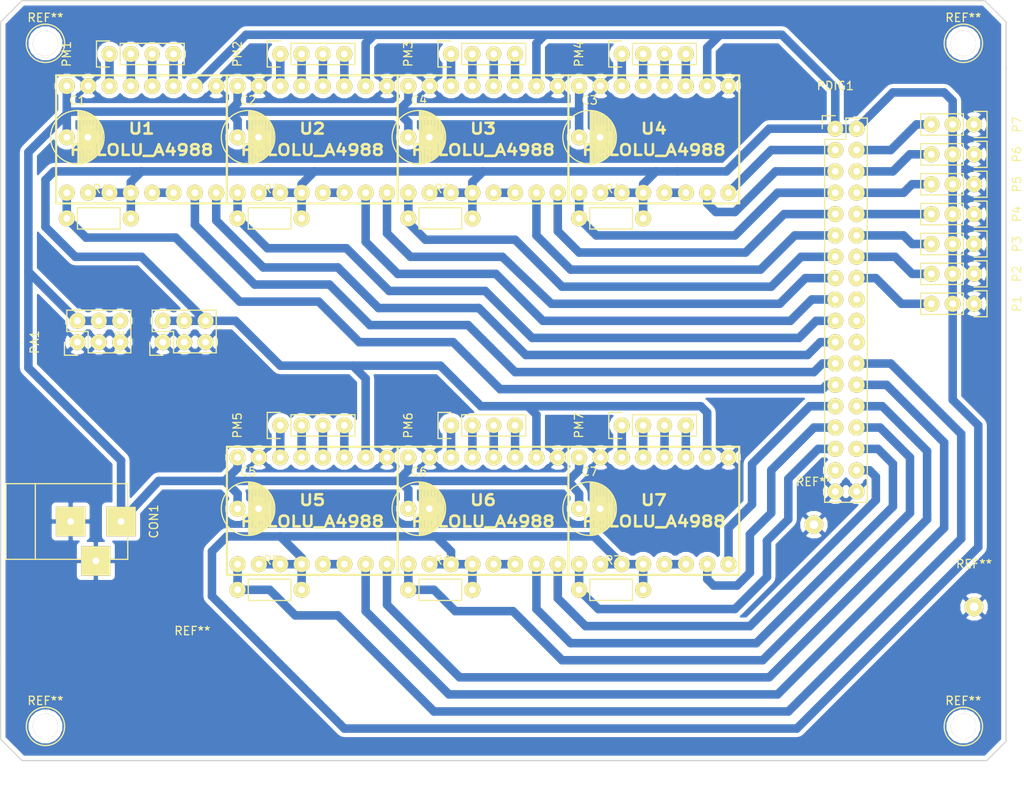
<source format=kicad_pcb>
(kicad_pcb (version 4) (host pcbnew 4.0.2-stable)
  (layers (0 F.Cu signal) (31 B.Cu signal) (34 B.Paste user) (35 F.Paste user) (36 B.SilkS user) (37 F.SilkS user) (38 B.Mask user) (39 F.Mask user) (44 Edge.Cuts user))
  (net 0 "")
  (net 1 GND)
  (net 2 +12V)
  (net 3 VCC)
  (net 4 SOPTO1)
  (net 5 SOPTO2)
  (net 6 SOPTO3)
  (net 7 SOPTO4)
  (net 8 SOPTO5)
  (net 9 SOPTO6)
  (net 10 STOOL)
  (net 11 DIRM7)
  (net 12 STEPM7)
  (net 13 ENABLEM7)
  (net 14 DIRM5)
  (net 15 DIRM6)
  (net 16 STEPM5)
  (net 17 STEPM6)
  (net 18 ENABLEM5)
  (net 19 ENABLEM6)
  (net 20 DIRM3)
  (net 21 DIRM4)
  (net 22 STEPM3)
  (net 23 STEPM4)
  (net 24 ENABLEM3)
  (net 25 ENABLEM4)
  (net 26 DIRM1)
  (net 27 DIRM2)
  (net 28 STEPM1)
  (net 29 STEPM2)
  (net 30 ENABLEM1)
  (net 31 ENABLEM2)
  (net 32 2BM1)
  (net 33 2AM1)
  (net 34 1AM1)
  (net 35 1BM1)
  (net 36 2BM2)
  (net 37 2AM2)
  (net 38 1AM2)
  (net 39 1BM2)
  (net 40 2BM3)
  (net 41 2AM3)
  (net 42 1AM3)
  (net 43 1BM3)
  (net 44 2BM4)
  (net 45 2AM4)
  (net 46 1AM4)
  (net 47 1BM4)
  (net 48 2BM5)
  (net 49 2AM5)
  (net 50 1AM5)
  (net 51 1BM5)
  (net 52 2BM6)
  (net 53 2AM6)
  (net 54 1AM6)
  (net 55 1BM6)
  (net 56 2BM7)
  (net 57 2AM7)
  (net 58 1AM7)
  (net 59 1BM7)
  (net 60 "Net-(U1-Pad13)")
  (net 61 "Net-(U2-Pad13)")
  (net 62 "Net-(U3-Pad13)")
  (net 63 "Net-(U4-Pad13)")
  (net 64 "Net-(U5-Pad13)")
  (net 65 "Net-(U6-Pad13)")
  (net 66 "Net-(U7-Pad13)")
  (net 67 "Net-(PDIG1-Pad18)")
  (net 68 "Net-(PDIG1-Pad20)")
  (net 69 "Net-(PDIG1-Pad22)")
  (net 70 "Net-(PDIG1-Pad33)")
  (module ControlPCB:Pin_Header_Straight_1x01 (layer F.Cu) (at 201.93 125.476)
    (fp_text reference REF** (at 0 -5.1) (layer F.SilkS))
    (fp_text value Pin_Header_Straight_1x01 hide)
    (pad 1 thru_hole circle (at 0 0) (size 2.2352 2.2352) (drill 1.016) (layers *.Cu *.Mask F.SilkS) (net 1 GND))
  )
  (module Symbols:Symbol_OSHW-Logo_CopperTop_BIG (layer F.Cu) (at 109.22 116.84)
    (fp_text reference REF** (at -0.29972 11.50112) (layer F.SilkS))
    (fp_text value Symbol_OSHW-Logo_CopperTop_BIG)
  )
  (module Pin_Header_Straight_1x03 (layer F.Cu) (at 201.93 89.408 270)
    (fp_text reference P1 (at 0 -5.1 270) (layer F.SilkS))
    (fp_text value Opto1)
    (pad 1 thru_hole circle (at 0 0 270) (size 1.9 1.9) (drill 0.8) (layers *.Cu *.Mask F.SilkS) (net 1 GND))
    (pad 2 thru_hole circle (at 0 2.54 270) (size 1.9 1.9) (drill 0.8) (layers *.Cu *.Mask F.SilkS) (net 3 VCC))
    (pad 3 thru_hole circle (at 0 5.08 270) (size 1.9 1.9) (drill 0.8) (layers *.Cu *.Mask F.SilkS) (net 4 SOPTO1))
  )
  (module POL:POLA4988 (layer F.Cu) (at 163.83 114.046 180)
    (fp_text reference U7 (at 0 1.27 180) (layer F.SilkS) (effects (font (size 1.27 1.524) (thickness 0.3048))))
    (fp_text value POLOLU_A4988 (at 0 -1.27 180) (layer F.SilkS) (effects (font (size 1.27 1.524) (thickness 0.3048))))
    (pad 1 thru_hole circle (at -8.89 6.35 180) (size 1.9 1.9) (drill 0.8) (layers *.Cu *.Mask F.SilkS) (net 1 GND))
    (pad 2 thru_hole circle (at -6.35 6.35 180) (size 1.9 1.9) (drill 0.8) (layers *.Cu *.Mask F.SilkS) (net 3 VCC))
    (pad 3 thru_hole circle (at -3.81 6.35 180) (size 1.9 1.9) (drill 0.8) (layers *.Cu *.Mask F.SilkS) (net 59 1BM7))
    (pad 4 thru_hole circle (at -1.27 6.35 180) (size 1.9 1.9) (drill 0.8) (layers *.Cu *.Mask F.SilkS) (net 58 1AM7))
    (pad 5 thru_hole circle (at 1.27 6.35 180) (size 1.9 1.9) (drill 0.8) (layers *.Cu *.Mask F.SilkS) (net 57 2AM7))
    (pad 6 thru_hole circle (at 3.81 6.35 180) (size 1.9 1.9) (drill 0.8) (layers *.Cu *.Mask F.SilkS) (net 56 2BM7))
    (pad 7 thru_hole circle (at 6.35 6.35 180) (size 1.9 1.9) (drill 0.8) (layers *.Cu *.Mask F.SilkS) (net 1 GND))
    (pad 8 thru_hole circle (at 8.89 6.35 180) (size 1.9 1.9) (drill 0.8) (layers *.Cu *.Mask F.SilkS) (net 2 +12V))
    (pad 9 thru_hole circle (at 8.89 -6.35 180) (size 1.9 1.9) (drill 0.8) (layers *.Cu *.Mask F.SilkS) (net 13 ENABLEM7))
    (pad 10 thru_hole circle (at 6.35 -6.35 180) (size 1.9 1.9) (drill 0.8) (layers *.Cu *.Mask F.SilkS) (net 3 VCC))
    (pad 11 thru_hole circle (at 3.81 -6.35 180) (size 1.9 1.9) (drill 0.8) (layers *.Cu *.Mask F.SilkS) (net 3 VCC))
    (pad 12 thru_hole circle (at 1.27 -6.35 180) (size 1.9 1.9) (drill 0.8) (layers *.Cu *.Mask F.SilkS) (net 3 VCC))
    (pad 13 thru_hole circle (at -1.27 -6.35 180) (size 1.9 1.9) (drill 0.8) (layers *.Cu *.Mask F.SilkS) (net 66 "Net-(U7-Pad13)"))
    (pad 14 thru_hole circle (at -3.81 -6.35 180) (size 1.9 1.9) (drill 0.8) (layers *.Cu *.Mask F.SilkS) (net 66 "Net-(U7-Pad13)"))
    (pad 15 thru_hole circle (at -6.35 -6.35 180) (size 1.9 1.9) (drill 0.8) (layers *.Cu *.Mask F.SilkS) (net 12 STEPM7))
    (pad 16 thru_hole circle (at -8.89 -6.35 180) (size 1.9 1.9) (drill 0.8) (layers *.Cu *.Mask F.SilkS) (net 11 DIRM7))
  )
  (module POL:POLA4988 (layer F.Cu) (at 143.51 114.046 180)
    (fp_text reference U6 (at 0 1.27 180) (layer F.SilkS) (effects (font (size 1.27 1.524) (thickness 0.3048))))
    (fp_text value POLOLU_A4988 (at 0 -1.27 180) (layer F.SilkS) (effects (font (size 1.27 1.524) (thickness 0.3048))))
    (pad 1 thru_hole circle (at -8.89 6.35 180) (size 1.9 1.9) (drill 0.8) (layers *.Cu *.Mask F.SilkS) (net 1 GND))
    (pad 2 thru_hole circle (at -6.35 6.35 180) (size 1.9 1.9) (drill 0.8) (layers *.Cu *.Mask F.SilkS) (net 3 VCC))
    (pad 3 thru_hole circle (at -3.81 6.35 180) (size 1.9 1.9) (drill 0.8) (layers *.Cu *.Mask F.SilkS) (net 55 1BM6))
    (pad 4 thru_hole circle (at -1.27 6.35 180) (size 1.9 1.9) (drill 0.8) (layers *.Cu *.Mask F.SilkS) (net 54 1AM6))
    (pad 5 thru_hole circle (at 1.27 6.35 180) (size 1.9 1.9) (drill 0.8) (layers *.Cu *.Mask F.SilkS) (net 53 2AM6))
    (pad 6 thru_hole circle (at 3.81 6.35 180) (size 1.9 1.9) (drill 0.8) (layers *.Cu *.Mask F.SilkS) (net 52 2BM6))
    (pad 7 thru_hole circle (at 6.35 6.35 180) (size 1.9 1.9) (drill 0.8) (layers *.Cu *.Mask F.SilkS) (net 1 GND))
    (pad 8 thru_hole circle (at 8.89 6.35 180) (size 1.9 1.9) (drill 0.8) (layers *.Cu *.Mask F.SilkS) (net 2 +12V))
    (pad 9 thru_hole circle (at 8.89 -6.35 180) (size 1.9 1.9) (drill 0.8) (layers *.Cu *.Mask F.SilkS) (net 19 ENABLEM6))
    (pad 10 thru_hole circle (at 6.35 -6.35 180) (size 1.9 1.9) (drill 0.8) (layers *.Cu *.Mask F.SilkS) (net 3 VCC))
    (pad 11 thru_hole circle (at 3.81 -6.35 180) (size 1.9 1.9) (drill 0.8) (layers *.Cu *.Mask F.SilkS) (net 3 VCC))
    (pad 12 thru_hole circle (at 1.27 -6.35 180) (size 1.9 1.9) (drill 0.8) (layers *.Cu *.Mask F.SilkS) (net 3 VCC))
    (pad 13 thru_hole circle (at -1.27 -6.35 180) (size 1.9 1.9) (drill 0.8) (layers *.Cu *.Mask F.SilkS) (net 65 "Net-(U6-Pad13)"))
    (pad 14 thru_hole circle (at -3.81 -6.35 180) (size 1.9 1.9) (drill 0.8) (layers *.Cu *.Mask F.SilkS) (net 65 "Net-(U6-Pad13)"))
    (pad 15 thru_hole circle (at -6.35 -6.35 180) (size 1.9 1.9) (drill 0.8) (layers *.Cu *.Mask F.SilkS) (net 17 STEPM6))
    (pad 16 thru_hole circle (at -8.89 -6.35 180) (size 1.9 1.9) (drill 0.8) (layers *.Cu *.Mask F.SilkS) (net 15 DIRM6))
  )
  (module POL:POLA4988 (layer F.Cu) (at 123.19 114.046 180)
    (fp_text reference U5 (at 0 1.27 180) (layer F.SilkS) (effects (font (size 1.27 1.524) (thickness 0.3048))))
    (fp_text value POLOLU_A4988 (at 0 -1.27 180) (layer F.SilkS) (effects (font (size 1.27 1.524) (thickness 0.3048))))
    (pad 1 thru_hole circle (at -8.89 6.35 180) (size 1.9 1.9) (drill 0.8) (layers *.Cu *.Mask F.SilkS) (net 1 GND))
    (pad 2 thru_hole circle (at -6.35 6.35 180) (size 1.9 1.9) (drill 0.8) (layers *.Cu *.Mask F.SilkS) (net 3 VCC))
    (pad 3 thru_hole circle (at -3.81 6.35 180) (size 1.9 1.9) (drill 0.8) (layers *.Cu *.Mask F.SilkS) (net 51 1BM5))
    (pad 4 thru_hole circle (at -1.27 6.35 180) (size 1.9 1.9) (drill 0.8) (layers *.Cu *.Mask F.SilkS) (net 50 1AM5))
    (pad 5 thru_hole circle (at 1.27 6.35 180) (size 1.9 1.9) (drill 0.8) (layers *.Cu *.Mask F.SilkS) (net 49 2AM5))
    (pad 6 thru_hole circle (at 3.81 6.35 180) (size 1.9 1.9) (drill 0.8) (layers *.Cu *.Mask F.SilkS) (net 48 2BM5))
    (pad 7 thru_hole circle (at 6.35 6.35 180) (size 1.9 1.9) (drill 0.8) (layers *.Cu *.Mask F.SilkS) (net 1 GND))
    (pad 8 thru_hole circle (at 8.89 6.35 180) (size 1.9 1.9) (drill 0.8) (layers *.Cu *.Mask F.SilkS) (net 2 +12V))
    (pad 9 thru_hole circle (at 8.89 -6.35 180) (size 1.9 1.9) (drill 0.8) (layers *.Cu *.Mask F.SilkS) (net 18 ENABLEM5))
    (pad 10 thru_hole circle (at 6.35 -6.35 180) (size 1.9 1.9) (drill 0.8) (layers *.Cu *.Mask F.SilkS) (net 3 VCC))
    (pad 11 thru_hole circle (at 3.81 -6.35 180) (size 1.9 1.9) (drill 0.8) (layers *.Cu *.Mask F.SilkS) (net 3 VCC))
    (pad 12 thru_hole circle (at 1.27 -6.35 180) (size 1.9 1.9) (drill 0.8) (layers *.Cu *.Mask F.SilkS) (net 3 VCC))
    (pad 13 thru_hole circle (at -1.27 -6.35 180) (size 1.9 1.9) (drill 0.8) (layers *.Cu *.Mask F.SilkS) (net 64 "Net-(U5-Pad13)"))
    (pad 14 thru_hole circle (at -3.81 -6.35 180) (size 1.9 1.9) (drill 0.8) (layers *.Cu *.Mask F.SilkS) (net 64 "Net-(U5-Pad13)"))
    (pad 15 thru_hole circle (at -6.35 -6.35 180) (size 1.9 1.9) (drill 0.8) (layers *.Cu *.Mask F.SilkS) (net 16 STEPM5))
    (pad 16 thru_hole circle (at -8.89 -6.35 180) (size 1.9 1.9) (drill 0.8) (layers *.Cu *.Mask F.SilkS) (net 14 DIRM5))
  )
  (module POL:POLA4988 (layer F.Cu) (at 163.83 69.85 180)
    (fp_text reference U4 (at 0 1.27 180) (layer F.SilkS) (effects (font (size 1.27 1.524) (thickness 0.3048))))
    (fp_text value POLOLU_A4988 (at 0 -1.27 180) (layer F.SilkS) (effects (font (size 1.27 1.524) (thickness 0.3048))))
    (pad 1 thru_hole circle (at -8.89 6.35 180) (size 1.9 1.9) (drill 0.8) (layers *.Cu *.Mask F.SilkS) (net 1 GND))
    (pad 2 thru_hole circle (at -6.35 6.35 180) (size 1.9 1.9) (drill 0.8) (layers *.Cu *.Mask F.SilkS) (net 3 VCC))
    (pad 3 thru_hole circle (at -3.81 6.35 180) (size 1.9 1.9) (drill 0.8) (layers *.Cu *.Mask F.SilkS) (net 47 1BM4))
    (pad 4 thru_hole circle (at -1.27 6.35 180) (size 1.9 1.9) (drill 0.8) (layers *.Cu *.Mask F.SilkS) (net 46 1AM4))
    (pad 5 thru_hole circle (at 1.27 6.35 180) (size 1.9 1.9) (drill 0.8) (layers *.Cu *.Mask F.SilkS) (net 45 2AM4))
    (pad 6 thru_hole circle (at 3.81 6.35 180) (size 1.9 1.9) (drill 0.8) (layers *.Cu *.Mask F.SilkS) (net 44 2BM4))
    (pad 7 thru_hole circle (at 6.35 6.35 180) (size 1.9 1.9) (drill 0.8) (layers *.Cu *.Mask F.SilkS) (net 1 GND))
    (pad 8 thru_hole circle (at 8.89 6.35 180) (size 1.9 1.9) (drill 0.8) (layers *.Cu *.Mask F.SilkS) (net 2 +12V))
    (pad 9 thru_hole circle (at 8.89 -6.35 180) (size 1.9 1.9) (drill 0.8) (layers *.Cu *.Mask F.SilkS) (net 25 ENABLEM4))
    (pad 10 thru_hole circle (at 6.35 -6.35 180) (size 1.9 1.9) (drill 0.8) (layers *.Cu *.Mask F.SilkS) (net 3 VCC))
    (pad 11 thru_hole circle (at 3.81 -6.35 180) (size 1.9 1.9) (drill 0.8) (layers *.Cu *.Mask F.SilkS) (net 3 VCC))
    (pad 12 thru_hole circle (at 1.27 -6.35 180) (size 1.9 1.9) (drill 0.8) (layers *.Cu *.Mask F.SilkS) (net 3 VCC))
    (pad 13 thru_hole circle (at -1.27 -6.35 180) (size 1.9 1.9) (drill 0.8) (layers *.Cu *.Mask F.SilkS) (net 63 "Net-(U4-Pad13)"))
    (pad 14 thru_hole circle (at -3.81 -6.35 180) (size 1.9 1.9) (drill 0.8) (layers *.Cu *.Mask F.SilkS) (net 63 "Net-(U4-Pad13)"))
    (pad 15 thru_hole circle (at -6.35 -6.35 180) (size 1.9 1.9) (drill 0.8) (layers *.Cu *.Mask F.SilkS) (net 23 STEPM4))
    (pad 16 thru_hole circle (at -8.89 -6.35 180) (size 1.9 1.9) (drill 0.8) (layers *.Cu *.Mask F.SilkS) (net 21 DIRM4))
  )
  (module POL:POLA4988 (layer F.Cu) (at 143.51 69.85 180)
    (fp_text reference U3 (at 0 1.27 180) (layer F.SilkS) (effects (font (size 1.27 1.524) (thickness 0.3048))))
    (fp_text value POLOLU_A4988 (at 0 -1.27 180) (layer F.SilkS) (effects (font (size 1.27 1.524) (thickness 0.3048))))
    (pad 1 thru_hole circle (at -8.89 6.35 180) (size 1.9 1.9) (drill 0.8) (layers *.Cu *.Mask F.SilkS) (net 1 GND))
    (pad 2 thru_hole circle (at -6.35 6.35 180) (size 1.9 1.9) (drill 0.8) (layers *.Cu *.Mask F.SilkS) (net 3 VCC))
    (pad 3 thru_hole circle (at -3.81 6.35 180) (size 1.9 1.9) (drill 0.8) (layers *.Cu *.Mask F.SilkS) (net 43 1BM3))
    (pad 4 thru_hole circle (at -1.27 6.35 180) (size 1.9 1.9) (drill 0.8) (layers *.Cu *.Mask F.SilkS) (net 42 1AM3))
    (pad 5 thru_hole circle (at 1.27 6.35 180) (size 1.9 1.9) (drill 0.8) (layers *.Cu *.Mask F.SilkS) (net 41 2AM3))
    (pad 6 thru_hole circle (at 3.81 6.35 180) (size 1.9 1.9) (drill 0.8) (layers *.Cu *.Mask F.SilkS) (net 40 2BM3))
    (pad 7 thru_hole circle (at 6.35 6.35 180) (size 1.9 1.9) (drill 0.8) (layers *.Cu *.Mask F.SilkS) (net 1 GND))
    (pad 8 thru_hole circle (at 8.89 6.35 180) (size 1.9 1.9) (drill 0.8) (layers *.Cu *.Mask F.SilkS) (net 2 +12V))
    (pad 9 thru_hole circle (at 8.89 -6.35 180) (size 1.9 1.9) (drill 0.8) (layers *.Cu *.Mask F.SilkS) (net 24 ENABLEM3))
    (pad 10 thru_hole circle (at 6.35 -6.35 180) (size 1.9 1.9) (drill 0.8) (layers *.Cu *.Mask F.SilkS) (net 3 VCC))
    (pad 11 thru_hole circle (at 3.81 -6.35 180) (size 1.9 1.9) (drill 0.8) (layers *.Cu *.Mask F.SilkS) (net 3 VCC))
    (pad 12 thru_hole circle (at 1.27 -6.35 180) (size 1.9 1.9) (drill 0.8) (layers *.Cu *.Mask F.SilkS) (net 3 VCC))
    (pad 13 thru_hole circle (at -1.27 -6.35 180) (size 1.9 1.9) (drill 0.8) (layers *.Cu *.Mask F.SilkS) (net 62 "Net-(U3-Pad13)"))
    (pad 14 thru_hole circle (at -3.81 -6.35 180) (size 1.9 1.9) (drill 0.8) (layers *.Cu *.Mask F.SilkS) (net 62 "Net-(U3-Pad13)"))
    (pad 15 thru_hole circle (at -6.35 -6.35 180) (size 1.9 1.9) (drill 0.8) (layers *.Cu *.Mask F.SilkS) (net 22 STEPM3))
    (pad 16 thru_hole circle (at -8.89 -6.35 180) (size 1.9 1.9) (drill 0.8) (layers *.Cu *.Mask F.SilkS) (net 20 DIRM3))
  )
  (module POL:POLA4988 (layer F.Cu) (at 123.19 69.85 180)
    (fp_text reference U2 (at 0 1.27 180) (layer F.SilkS) (effects (font (size 1.27 1.524) (thickness 0.3048))))
    (fp_text value POLOLU_A4988 (at 0 -1.27 180) (layer F.SilkS) (effects (font (size 1.27 1.524) (thickness 0.3048))))
    (pad 1 thru_hole circle (at -8.89 6.35 180) (size 1.9 1.9) (drill 0.8) (layers *.Cu *.Mask F.SilkS) (net 1 GND))
    (pad 2 thru_hole circle (at -6.35 6.35 180) (size 1.9 1.9) (drill 0.8) (layers *.Cu *.Mask F.SilkS) (net 3 VCC))
    (pad 3 thru_hole circle (at -3.81 6.35 180) (size 1.9 1.9) (drill 0.8) (layers *.Cu *.Mask F.SilkS) (net 39 1BM2))
    (pad 4 thru_hole circle (at -1.27 6.35 180) (size 1.9 1.9) (drill 0.8) (layers *.Cu *.Mask F.SilkS) (net 38 1AM2))
    (pad 5 thru_hole circle (at 1.27 6.35 180) (size 1.9 1.9) (drill 0.8) (layers *.Cu *.Mask F.SilkS) (net 37 2AM2))
    (pad 6 thru_hole circle (at 3.81 6.35 180) (size 1.9 1.9) (drill 0.8) (layers *.Cu *.Mask F.SilkS) (net 36 2BM2))
    (pad 7 thru_hole circle (at 6.35 6.35 180) (size 1.9 1.9) (drill 0.8) (layers *.Cu *.Mask F.SilkS) (net 1 GND))
    (pad 8 thru_hole circle (at 8.89 6.35 180) (size 1.9 1.9) (drill 0.8) (layers *.Cu *.Mask F.SilkS) (net 2 +12V))
    (pad 9 thru_hole circle (at 8.89 -6.35 180) (size 1.9 1.9) (drill 0.8) (layers *.Cu *.Mask F.SilkS) (net 31 ENABLEM2))
    (pad 10 thru_hole circle (at 6.35 -6.35 180) (size 1.9 1.9) (drill 0.8) (layers *.Cu *.Mask F.SilkS) (net 3 VCC))
    (pad 11 thru_hole circle (at 3.81 -6.35 180) (size 1.9 1.9) (drill 0.8) (layers *.Cu *.Mask F.SilkS) (net 3 VCC))
    (pad 12 thru_hole circle (at 1.27 -6.35 180) (size 1.9 1.9) (drill 0.8) (layers *.Cu *.Mask F.SilkS) (net 3 VCC))
    (pad 13 thru_hole circle (at -1.27 -6.35 180) (size 1.9 1.9) (drill 0.8) (layers *.Cu *.Mask F.SilkS) (net 61 "Net-(U2-Pad13)"))
    (pad 14 thru_hole circle (at -3.81 -6.35 180) (size 1.9 1.9) (drill 0.8) (layers *.Cu *.Mask F.SilkS) (net 61 "Net-(U2-Pad13)"))
    (pad 15 thru_hole circle (at -6.35 -6.35 180) (size 1.9 1.9) (drill 0.8) (layers *.Cu *.Mask F.SilkS) (net 29 STEPM2))
    (pad 16 thru_hole circle (at -8.89 -6.35 180) (size 1.9 1.9) (drill 0.8) (layers *.Cu *.Mask F.SilkS) (net 27 DIRM2))
  )
  (module POL:POLA4988 (layer F.Cu) (at 102.87 69.85 180)
    (fp_text reference U1 (at 0 1.27 180) (layer F.SilkS) (effects (font (size 1.27 1.524) (thickness 0.3048))))
    (fp_text value POLOLU_A4988 (at 0 -1.27 180) (layer F.SilkS) (effects (font (size 1.27 1.524) (thickness 0.3048))))
    (pad 1 thru_hole circle (at -8.89 6.35 180) (size 1.9 1.9) (drill 0.8) (layers *.Cu *.Mask F.SilkS) (net 1 GND))
    (pad 2 thru_hole circle (at -6.35 6.35 180) (size 1.9 1.9) (drill 0.8) (layers *.Cu *.Mask F.SilkS) (net 3 VCC))
    (pad 3 thru_hole circle (at -3.81 6.35 180) (size 1.9 1.9) (drill 0.8) (layers *.Cu *.Mask F.SilkS) (net 35 1BM1))
    (pad 4 thru_hole circle (at -1.27 6.35 180) (size 1.9 1.9) (drill 0.8) (layers *.Cu *.Mask F.SilkS) (net 34 1AM1))
    (pad 5 thru_hole circle (at 1.27 6.35 180) (size 1.9 1.9) (drill 0.8) (layers *.Cu *.Mask F.SilkS) (net 33 2AM1))
    (pad 6 thru_hole circle (at 3.81 6.35 180) (size 1.9 1.9) (drill 0.8) (layers *.Cu *.Mask F.SilkS) (net 32 2BM1))
    (pad 7 thru_hole circle (at 6.35 6.35 180) (size 1.9 1.9) (drill 0.8) (layers *.Cu *.Mask F.SilkS) (net 1 GND))
    (pad 8 thru_hole circle (at 8.89 6.35 180) (size 1.9 1.9) (drill 0.8) (layers *.Cu *.Mask F.SilkS) (net 2 +12V))
    (pad 9 thru_hole circle (at 8.89 -6.35 180) (size 1.9 1.9) (drill 0.8) (layers *.Cu *.Mask F.SilkS) (net 30 ENABLEM1))
    (pad 10 thru_hole circle (at 6.35 -6.35 180) (size 1.9 1.9) (drill 0.8) (layers *.Cu *.Mask F.SilkS) (net 3 VCC))
    (pad 11 thru_hole circle (at 3.81 -6.35 180) (size 1.9 1.9) (drill 0.8) (layers *.Cu *.Mask F.SilkS) (net 3 VCC))
    (pad 12 thru_hole circle (at 1.27 -6.35 180) (size 1.9 1.9) (drill 0.8) (layers *.Cu *.Mask F.SilkS) (net 3 VCC))
    (pad 13 thru_hole circle (at -1.27 -6.35 180) (size 1.9 1.9) (drill 0.8) (layers *.Cu *.Mask F.SilkS) (net 60 "Net-(U1-Pad13)"))
    (pad 14 thru_hole circle (at -3.81 -6.35 180) (size 1.9 1.9) (drill 0.8) (layers *.Cu *.Mask F.SilkS) (net 60 "Net-(U1-Pad13)"))
    (pad 15 thru_hole circle (at -6.35 -6.35 180) (size 1.9 1.9) (drill 0.8) (layers *.Cu *.Mask F.SilkS) (net 28 STEPM1))
    (pad 16 thru_hole circle (at -8.89 -6.35 180) (size 1.9 1.9) (drill 0.8) (layers *.Cu *.Mask F.SilkS) (net 26 DIRM1))
  )
  (module Connect:BARREL_JACK (layer F.Cu) (at 94.234 115.316)
    (fp_text reference CON1 (at 10.09904 0 90) (layer F.SilkS))
    (fp_text value 12VINPUT)
    (pad 1 thru_hole rect (at 6.20014 0) (size 3.5 3.5) (drill 0.8) (layers *.Cu *.Mask F.SilkS) (net 2 +12V))
    (pad 2 thru_hole rect (at 0.20066 0) (size 3.50012 3.50012) (drill 0.8) (layers *.Cu *.Mask F.SilkS) (net 1 GND))
    (pad 3 thru_hole rect (at 3.2004 4.699) (size 3.50012 3.50012) (drill 0.8) (layers *.Cu *.Mask F.SilkS) (net 1 GND))
  )
  (module POL:C_Radial_D6.3_L11.2_P2.5THOR (layer F.Cu) (at 93.98 69.596)
    (fp_text reference C1 (at 1.25 -4.4) (layer F.SilkS))
    (fp_text value CP1_Small)
    (pad 2 thru_hole circle (at 2.5 0) (size 1.9 1.9) (drill 0.8) (layers *.Cu *.Mask F.SilkS) (net 1 GND))
    (pad 1 thru_hole circle (at 0 0) (size 1.9 1.9) (drill 0.8) (layers *.Cu *.Mask F.SilkS) (net 2 +12V))
  )
  (module POL:C_Radial_D6.3_L11.2_P2.5THOR (layer F.Cu) (at 114.3 69.596)
    (fp_text reference C2 (at 1.25 -4.4) (layer F.SilkS))
    (fp_text value CP1_Small)
    (pad 2 thru_hole circle (at 2.5 0) (size 1.9 1.9) (drill 0.8) (layers *.Cu *.Mask F.SilkS) (net 1 GND))
    (pad 1 thru_hole circle (at 0 0) (size 1.9 1.9) (drill 0.8) (layers *.Cu *.Mask F.SilkS) (net 2 +12V))
  )
  (module POL:C_Radial_D6.3_L11.2_P2.5THOR (layer F.Cu) (at 154.94 69.596)
    (fp_text reference C3 (at 1.25 -4.4) (layer F.SilkS))
    (fp_text value CP1_Small)
    (pad 2 thru_hole circle (at 2.5 0) (size 1.9 1.9) (drill 0.8) (layers *.Cu *.Mask F.SilkS) (net 1 GND))
    (pad 1 thru_hole circle (at 0 0) (size 1.9 1.9) (drill 0.8) (layers *.Cu *.Mask F.SilkS) (net 2 +12V))
  )
  (module POL:C_Radial_D6.3_L11.2_P2.5THOR (layer F.Cu) (at 134.62 69.596)
    (fp_text reference C4 (at 1.25 -4.4) (layer F.SilkS))
    (fp_text value CP1_Small)
    (pad 2 thru_hole circle (at 2.5 0) (size 1.9 1.9) (drill 0.8) (layers *.Cu *.Mask F.SilkS) (net 1 GND))
    (pad 1 thru_hole circle (at 0 0) (size 1.9 1.9) (drill 0.8) (layers *.Cu *.Mask F.SilkS) (net 2 +12V))
  )
  (module POL:C_Radial_D6.3_L11.2_P2.5THOR (layer F.Cu) (at 114.3 113.792)
    (fp_text reference C5 (at 1.25 -4.4) (layer F.SilkS))
    (fp_text value CP1_Small)
    (pad 2 thru_hole circle (at 2.5 0) (size 1.9 1.9) (drill 0.8) (layers *.Cu *.Mask F.SilkS) (net 1 GND))
    (pad 1 thru_hole circle (at 0 0) (size 1.9 1.9) (drill 0.8) (layers *.Cu *.Mask F.SilkS) (net 2 +12V))
  )
  (module POL:C_Radial_D6.3_L11.2_P2.5THOR (layer F.Cu) (at 134.62 113.792)
    (fp_text reference C6 (at 1.25 -4.4) (layer F.SilkS))
    (fp_text value CP1_Small)
    (pad 2 thru_hole circle (at 2.5 0) (size 1.9 1.9) (drill 0.8) (layers *.Cu *.Mask F.SilkS) (net 1 GND))
    (pad 1 thru_hole circle (at 0 0) (size 1.9 1.9) (drill 0.8) (layers *.Cu *.Mask F.SilkS) (net 2 +12V))
  )
  (module POL:C_Radial_D6.3_L11.2_P2.5THOR (layer F.Cu) (at 154.94 113.792)
    (fp_text reference C7 (at 1.25 -4.4) (layer F.SilkS))
    (fp_text value CP1_Small)
    (pad 2 thru_hole circle (at 2.5 0) (size 1.9 1.9) (drill 0.8) (layers *.Cu *.Mask F.SilkS) (net 1 GND))
    (pad 1 thru_hole circle (at 0 0) (size 1.9 1.9) (drill 0.8) (layers *.Cu *.Mask F.SilkS) (net 2 +12V))
  )
  (module POL:Pin_Header_Straight_1x03 (layer F.Cu) (at 201.93 85.852 270)
    (fp_text reference P2 (at 0 -5.1 270) (layer F.SilkS))
    (fp_text value Opto2)
    (pad 1 thru_hole circle (at 0 0 270) (size 1.9 1.9) (drill 0.8) (layers *.Cu *.Mask F.SilkS) (net 1 GND))
    (pad 2 thru_hole circle (at 0 2.54 270) (size 1.9 1.9) (drill 0.8) (layers *.Cu *.Mask F.SilkS) (net 3 VCC))
    (pad 3 thru_hole circle (at 0 5.08 270) (size 1.9 1.9) (drill 0.8) (layers *.Cu *.Mask F.SilkS) (net 5 SOPTO2))
  )
  (module POL:Pin_Header_Straight_1x03 (layer F.Cu) (at 201.93 82.296 270)
    (fp_text reference P3 (at 0 -5.1 270) (layer F.SilkS))
    (fp_text value Opto3)
    (pad 1 thru_hole circle (at 0 0 270) (size 1.9 1.9) (drill 0.8) (layers *.Cu *.Mask F.SilkS) (net 1 GND))
    (pad 2 thru_hole circle (at 0 2.54 270) (size 1.9 1.9) (drill 0.8) (layers *.Cu *.Mask F.SilkS) (net 3 VCC))
    (pad 3 thru_hole circle (at 0 5.08 270) (size 1.9 1.9) (drill 0.8) (layers *.Cu *.Mask F.SilkS) (net 6 SOPTO3))
  )
  (module POL:Pin_Header_Straight_1x03 (layer F.Cu) (at 201.93 78.74 270)
    (fp_text reference P4 (at 0 -5.1 270) (layer F.SilkS))
    (fp_text value Opto4)
    (pad 1 thru_hole circle (at 0 0 270) (size 1.9 1.9) (drill 0.8) (layers *.Cu *.Mask F.SilkS) (net 1 GND))
    (pad 2 thru_hole circle (at 0 2.54 270) (size 1.9 1.9) (drill 0.8) (layers *.Cu *.Mask F.SilkS) (net 3 VCC))
    (pad 3 thru_hole circle (at 0 5.08 270) (size 1.9 1.9) (drill 0.8) (layers *.Cu *.Mask F.SilkS) (net 7 SOPTO4))
  )
  (module POL:Pin_Header_Straight_1x03 (layer F.Cu) (at 201.93 75.184 270)
    (fp_text reference P5 (at 0 -5.1 270) (layer F.SilkS))
    (fp_text value Opto5)
    (pad 1 thru_hole circle (at 0 0 270) (size 1.9 1.9) (drill 0.8) (layers *.Cu *.Mask F.SilkS) (net 1 GND))
    (pad 2 thru_hole circle (at 0 2.54 270) (size 1.9 1.9) (drill 0.8) (layers *.Cu *.Mask F.SilkS) (net 3 VCC))
    (pad 3 thru_hole circle (at 0 5.08 270) (size 1.9 1.9) (drill 0.8) (layers *.Cu *.Mask F.SilkS) (net 8 SOPTO5))
  )
  (module POL:Pin_Header_Straight_1x03 (layer F.Cu) (at 201.93 71.628 270)
    (fp_text reference P6 (at 0 -5.1 270) (layer F.SilkS))
    (fp_text value Opto6)
    (pad 1 thru_hole circle (at 0 0 270) (size 1.9 1.9) (drill 0.8) (layers *.Cu *.Mask F.SilkS) (net 1 GND))
    (pad 2 thru_hole circle (at 0 2.54 270) (size 1.9 1.9) (drill 0.8) (layers *.Cu *.Mask F.SilkS) (net 3 VCC))
    (pad 3 thru_hole circle (at 0 5.08 270) (size 1.9 1.9) (drill 0.8) (layers *.Cu *.Mask F.SilkS) (net 9 SOPTO6))
  )
  (module POL:Pin_Header_Straight_1x03 (layer F.Cu) (at 201.93 68.072 270)
    (fp_text reference P7 (at 0 -5.1 270) (layer F.SilkS))
    (fp_text value Tool)
    (pad 1 thru_hole circle (at 0 0 270) (size 1.9 1.9) (drill 0.8) (layers *.Cu *.Mask F.SilkS) (net 1 GND))
    (pad 2 thru_hole circle (at 0 2.54 270) (size 1.9 1.9) (drill 0.8) (layers *.Cu *.Mask F.SilkS) (net 3 VCC))
    (pad 3 thru_hole circle (at 0 5.08 270) (size 1.9 1.9) (drill 0.8) (layers *.Cu *.Mask F.SilkS) (net 10 STOOL))
  )
  (module POL:Pin_Header_Straight_1x04 (layer F.Cu) (at 99.06 59.69 90)
    (fp_text reference PM1 (at 0 -5.1 90) (layer F.SilkS))
    (fp_text value CONN_01X04)
    (pad 1 thru_hole circle (at 0 0 90) (size 1.9 1.9) (drill 0.8) (layers *.Cu *.Mask F.SilkS) (net 32 2BM1))
    (pad 2 thru_hole circle (at 0 2.54 90) (size 1.9 1.9) (drill 0.8) (layers *.Cu *.Mask F.SilkS) (net 33 2AM1))
    (pad 3 thru_hole circle (at 0 5.08 90) (size 1.8 1.8) (drill 0.8) (layers *.Cu *.Mask F.SilkS) (net 34 1AM1))
    (pad 4 thru_hole circle (at 0 7.62 90) (size 1.9 1.9) (drill 0.8) (layers *.Cu *.Mask F.SilkS) (net 35 1BM1))
  )
  (module POL:Pin_Header_Straight_1x04 (layer F.Cu) (at 119.38 59.69 90)
    (fp_text reference PM2 (at 0 -5.1 90) (layer F.SilkS))
    (fp_text value CONN_01X04)
    (pad 1 thru_hole circle (at 0 0 90) (size 1.9 1.9) (drill 0.8) (layers *.Cu *.Mask F.SilkS) (net 36 2BM2))
    (pad 2 thru_hole circle (at 0 2.54 90) (size 1.9 1.9) (drill 0.8) (layers *.Cu *.Mask F.SilkS) (net 37 2AM2))
    (pad 3 thru_hole circle (at 0 5.08 90) (size 1.8 1.8) (drill 0.8) (layers *.Cu *.Mask F.SilkS) (net 38 1AM2))
    (pad 4 thru_hole circle (at 0 7.62 90) (size 1.9 1.9) (drill 0.8) (layers *.Cu *.Mask F.SilkS) (net 39 1BM2))
  )
  (module POL:Pin_Header_Straight_1x04 (layer F.Cu) (at 139.7 59.69 90)
    (fp_text reference PM3 (at 0 -5.1 90) (layer F.SilkS))
    (fp_text value CONN_01X04)
    (pad 1 thru_hole circle (at 0 0 90) (size 1.9 1.9) (drill 0.8) (layers *.Cu *.Mask F.SilkS) (net 40 2BM3))
    (pad 2 thru_hole circle (at 0 2.54 90) (size 1.9 1.9) (drill 0.8) (layers *.Cu *.Mask F.SilkS) (net 41 2AM3))
    (pad 3 thru_hole circle (at 0 5.08 90) (size 1.8 1.8) (drill 0.8) (layers *.Cu *.Mask F.SilkS) (net 42 1AM3))
    (pad 4 thru_hole circle (at 0 7.62 90) (size 1.9 1.9) (drill 0.8) (layers *.Cu *.Mask F.SilkS) (net 43 1BM3))
  )
  (module POL:Pin_Header_Straight_1x04 (layer F.Cu) (at 160.02 59.69 90)
    (fp_text reference PM4 (at 0 -5.1 90) (layer F.SilkS))
    (fp_text value CONN_01X04)
    (pad 1 thru_hole circle (at 0 0 90) (size 1.9 1.9) (drill 0.8) (layers *.Cu *.Mask F.SilkS) (net 44 2BM4))
    (pad 2 thru_hole circle (at 0 2.54 90) (size 1.9 1.9) (drill 0.8) (layers *.Cu *.Mask F.SilkS) (net 45 2AM4))
    (pad 3 thru_hole circle (at 0 5.08 90) (size 1.8 1.8) (drill 0.8) (layers *.Cu *.Mask F.SilkS) (net 46 1AM4))
    (pad 4 thru_hole circle (at 0 7.62 90) (size 1.9 1.9) (drill 0.8) (layers *.Cu *.Mask F.SilkS) (net 47 1BM4))
  )
  (module POL:Pin_Header_Straight_1x04 (layer F.Cu) (at 119.38 103.886 90)
    (fp_text reference PM5 (at 0 -5.1 90) (layer F.SilkS))
    (fp_text value CONN_01X04)
    (pad 1 thru_hole circle (at 0 0 90) (size 1.9 1.9) (drill 0.8) (layers *.Cu *.Mask F.SilkS) (net 48 2BM5))
    (pad 2 thru_hole circle (at 0 2.54 90) (size 1.9 1.9) (drill 0.8) (layers *.Cu *.Mask F.SilkS) (net 49 2AM5))
    (pad 3 thru_hole circle (at 0 5.08 90) (size 1.8 1.8) (drill 0.8) (layers *.Cu *.Mask F.SilkS) (net 50 1AM5))
    (pad 4 thru_hole circle (at 0 7.62 90) (size 1.9 1.9) (drill 0.8) (layers *.Cu *.Mask F.SilkS) (net 51 1BM5))
  )
  (module POL:Pin_Header_Straight_1x04 (layer F.Cu) (at 139.7 103.886 90)
    (fp_text reference PM6 (at 0 -5.1 90) (layer F.SilkS))
    (fp_text value CONN_01X04)
    (pad 1 thru_hole circle (at 0 0 90) (size 1.9 1.9) (drill 0.8) (layers *.Cu *.Mask F.SilkS) (net 52 2BM6))
    (pad 2 thru_hole circle (at 0 2.54 90) (size 1.9 1.9) (drill 0.8) (layers *.Cu *.Mask F.SilkS) (net 53 2AM6))
    (pad 3 thru_hole circle (at 0 5.08 90) (size 1.8 1.8) (drill 0.8) (layers *.Cu *.Mask F.SilkS) (net 54 1AM6))
    (pad 4 thru_hole circle (at 0 7.62 90) (size 1.9 1.9) (drill 0.8) (layers *.Cu *.Mask F.SilkS) (net 55 1BM6))
  )
  (module POL:Pin_Header_Straight_1x04 (layer F.Cu) (at 160.02 103.886 90)
    (fp_text reference PM7 (at 0 -5.1 90) (layer F.SilkS))
    (fp_text value CONN_01X04)
    (pad 1 thru_hole circle (at 0 0 90) (size 1.9 1.9) (drill 0.8) (layers *.Cu *.Mask F.SilkS) (net 56 2BM7))
    (pad 2 thru_hole circle (at 0 2.54 90) (size 1.9 1.9) (drill 0.8) (layers *.Cu *.Mask F.SilkS) (net 57 2AM7))
    (pad 3 thru_hole circle (at 0 5.08 90) (size 1.8 1.8) (drill 0.8) (layers *.Cu *.Mask F.SilkS) (net 58 1AM7))
    (pad 4 thru_hole circle (at 0 7.62 90) (size 1.9 1.9) (drill 0.8) (layers *.Cu *.Mask F.SilkS) (net 59 1BM7))
  )
  (module POL:Pin_Header_Straight_2x03 (layer F.Cu) (at 95.25 93.98 90)
    (fp_text reference PA1 (at 0 -5.1 90) (layer F.SilkS))
    (fp_text value AUX12V)
    (pad 1 thru_hole circle (at 0 0 90) (size 1.9 1.9) (drill 0.8) (layers *.Cu *.Mask F.SilkS) (net 1 GND))
    (pad 2 thru_hole circle (at 2.54 0 90) (size 1.9 1.9) (drill 0.8) (layers *.Cu *.Mask F.SilkS) (net 2 +12V))
    (pad 3 thru_hole circle (at 0 2.54 90) (size 1.9 1.9) (drill 0.8) (layers *.Cu *.Mask F.SilkS) (net 1 GND))
    (pad 4 thru_hole circle (at 2.54 2.54 90) (size 1.9 1.9) (drill 0.8) (layers *.Cu *.Mask F.SilkS) (net 2 +12V))
    (pad 5 thru_hole circle (at 0 5.08 90) (size 1.9 1.9) (drill 0.8) (layers *.Cu *.Mask F.SilkS) (net 1 GND))
    (pad 6 thru_hole circle (at 2.54 5.08 90) (size 1.9 1.9) (drill 0.8) (layers *.Cu *.Mask F.SilkS) (net 2 +12V))
  )
  (module POL:Pin_Header_Straight_2x03 (layer F.Cu) (at 105.41 93.98 90)
    (fp_text reference PA2 (at 0 -5.1 90) (layer F.SilkS))
    (fp_text value AUX5V)
    (pad 1 thru_hole circle (at 0 0 90) (size 1.9 1.9) (drill 0.8) (layers *.Cu *.Mask F.SilkS) (net 1 GND))
    (pad 2 thru_hole circle (at 2.54 0 90) (size 1.9 1.9) (drill 0.8) (layers *.Cu *.Mask F.SilkS) (net 3 VCC))
    (pad 3 thru_hole circle (at 0 2.54 90) (size 1.9 1.9) (drill 0.8) (layers *.Cu *.Mask F.SilkS) (net 1 GND))
    (pad 4 thru_hole circle (at 2.54 2.54 90) (size 1.9 1.9) (drill 0.8) (layers *.Cu *.Mask F.SilkS) (net 3 VCC))
    (pad 5 thru_hole circle (at 0 5.08 90) (size 1.9 1.9) (drill 0.8) (layers *.Cu *.Mask F.SilkS) (net 1 GND))
    (pad 6 thru_hole circle (at 2.54 5.08 90) (size 1.9 1.9) (drill 0.8) (layers *.Cu *.Mask F.SilkS) (net 3 VCC))
  )
  (module POL:Resistor_Horizontal_RM7mm (layer F.Cu) (at 93.98 79.248)
    (fp_text reference R1 (at 4.05892 -3.50012) (layer F.SilkS))
    (fp_text value R)
    (pad 1 thru_hole circle (at 0 0) (size 1.9 1.9) (drill 0.8) (layers *.Cu *.Mask F.SilkS) (net 30 ENABLEM1))
    (pad 2 thru_hole circle (at 7.62 0) (size 1.9 1.9) (drill 0.8) (layers *.Cu *.Mask F.SilkS) (net 3 VCC))
  )
  (module POL:Resistor_Horizontal_RM7mm (layer F.Cu) (at 114.3 79.248)
    (fp_text reference R2 (at 4.05892 -3.50012) (layer F.SilkS))
    (fp_text value R)
    (pad 1 thru_hole circle (at 0 0) (size 1.9 1.9) (drill 0.8) (layers *.Cu *.Mask F.SilkS) (net 31 ENABLEM2))
    (pad 2 thru_hole circle (at 7.62 0) (size 1.9 1.9) (drill 0.8) (layers *.Cu *.Mask F.SilkS) (net 3 VCC))
  )
  (module POL:Resistor_Horizontal_RM7mm (layer F.Cu) (at 134.62 79.248)
    (fp_text reference R3 (at 4.05892 -3.50012) (layer F.SilkS))
    (fp_text value R)
    (pad 1 thru_hole circle (at 0 0) (size 1.9 1.9) (drill 0.8) (layers *.Cu *.Mask F.SilkS) (net 24 ENABLEM3))
    (pad 2 thru_hole circle (at 7.62 0) (size 1.9 1.9) (drill 0.8) (layers *.Cu *.Mask F.SilkS) (net 3 VCC))
  )
  (module POL:Resistor_Horizontal_RM7mm (layer F.Cu) (at 154.94 79.248)
    (fp_text reference R4 (at 4.05892 -3.50012) (layer F.SilkS))
    (fp_text value R)
    (pad 1 thru_hole circle (at 0 0) (size 1.9 1.9) (drill 0.8) (layers *.Cu *.Mask F.SilkS) (net 25 ENABLEM4))
    (pad 2 thru_hole circle (at 7.62 0) (size 1.9 1.9) (drill 0.8) (layers *.Cu *.Mask F.SilkS) (net 3 VCC))
  )
  (module POL:Resistor_Horizontal_RM7mm (layer F.Cu) (at 114.3 123.444)
    (fp_text reference R5 (at 4.05892 -3.50012) (layer F.SilkS))
    (fp_text value R)
    (pad 1 thru_hole circle (at 0 0) (size 1.9 1.9) (drill 0.8) (layers *.Cu *.Mask F.SilkS) (net 18 ENABLEM5))
    (pad 2 thru_hole circle (at 7.62 0) (size 1.9 1.9) (drill 0.8) (layers *.Cu *.Mask F.SilkS) (net 3 VCC))
  )
  (module POL:Resistor_Horizontal_RM7mm (layer F.Cu) (at 134.62 123.444)
    (fp_text reference R6 (at 4.05892 -3.50012) (layer F.SilkS))
    (fp_text value R)
    (pad 1 thru_hole circle (at 0 0) (size 1.9 1.9) (drill 0.8) (layers *.Cu *.Mask F.SilkS) (net 19 ENABLEM6))
    (pad 2 thru_hole circle (at 7.62 0) (size 1.9 1.9) (drill 0.8) (layers *.Cu *.Mask F.SilkS) (net 3 VCC))
  )
  (module POL:Resistor_Horizontal_RM7mm (layer F.Cu) (at 154.94 123.444)
    (fp_text reference R7 (at 4.05892 -3.50012) (layer F.SilkS))
    (fp_text value R)
    (pad 1 thru_hole circle (at 0 0) (size 1.9 1.9) (drill 0.8) (layers *.Cu *.Mask F.SilkS) (net 13 ENABLEM7))
    (pad 2 thru_hole circle (at 7.62 0) (size 1.9 1.9) (drill 0.8) (layers *.Cu *.Mask F.SilkS) (net 3 VCC))
  )
  (module POL:Pin_Header_Straight_2x18 (layer F.Cu) (at 185.42 68.58)
    (fp_text reference PDIG1 (at 0 -5.1) (layer F.SilkS))
    (fp_text value CONN_02X18)
    (pad 1 thru_hole circle (at 0 0) (size 1.9 1.9) (drill 0.8) (layers *.Cu *.Mask F.SilkS) (net 3 VCC))
    (pad 2 thru_hole circle (at 2.54 0) (size 1.9 1.9) (drill 0.8) (layers *.Cu *.Mask F.SilkS) (net 3 VCC))
    (pad 3 thru_hole circle (at 0 2.54) (size 1.9 1.9) (drill 0.8) (layers *.Cu *.Mask F.SilkS) (net 21 DIRM4))
    (pad 4 thru_hole circle (at 2.54 2.54) (size 1.9 1.9) (drill 0.8) (layers *.Cu *.Mask F.SilkS) (net 10 STOOL))
    (pad 5 thru_hole circle (at 0 5.08) (size 1.9 1.9) (drill 0.8) (layers *.Cu *.Mask F.SilkS) (net 23 STEPM4))
    (pad 6 thru_hole circle (at 2.54 5.08) (size 1.9 1.9) (drill 0.8) (layers *.Cu *.Mask F.SilkS) (net 9 SOPTO6))
    (pad 7 thru_hole circle (at 0 7.62) (size 1.9 1.9) (drill 0.8) (layers *.Cu *.Mask F.SilkS) (net 25 ENABLEM4))
    (pad 8 thru_hole circle (at 2.54 7.62) (size 1.9 1.9) (drill 0.8) (layers *.Cu *.Mask F.SilkS) (net 8 SOPTO5))
    (pad 9 thru_hole circle (at 0 10.16) (size 1.9 1.9) (drill 0.8) (layers *.Cu *.Mask F.SilkS) (net 20 DIRM3))
    (pad 10 thru_hole circle (at 2.54 10.16) (size 1.9 1.9) (drill 0.8) (layers *.Cu *.Mask F.SilkS) (net 7 SOPTO4))
    (pad 11 thru_hole circle (at 0 12.7) (size 1.9 1.9) (drill 0.8) (layers *.Cu *.Mask F.SilkS) (net 22 STEPM3))
    (pad 12 thru_hole circle (at 2.54 12.7) (size 1.9 1.9) (drill 0.8) (layers *.Cu *.Mask F.SilkS) (net 6 SOPTO3))
    (pad 13 thru_hole circle (at 0 15.24) (size 1.9 1.9) (drill 0.8) (layers *.Cu *.Mask F.SilkS) (net 24 ENABLEM3))
    (pad 14 thru_hole circle (at 2.54 15.24) (size 1.9 1.9) (drill 0.8) (layers *.Cu *.Mask F.SilkS) (net 5 SOPTO2))
    (pad 15 thru_hole circle (at 0 17.78) (size 1.9 1.9) (drill 0.8) (layers *.Cu *.Mask F.SilkS) (net 27 DIRM2))
    (pad 16 thru_hole circle (at 2.54 17.78) (size 1.9 1.9) (drill 0.8) (layers *.Cu *.Mask F.SilkS) (net 4 SOPTO1))
    (pad 17 thru_hole circle (at 0 20.32) (size 1.9 1.9) (drill 0.8) (layers *.Cu *.Mask F.SilkS) (net 29 STEPM2))
    (pad 18 thru_hole circle (at 2.54 20.32) (size 1.9 1.9) (drill 0.8) (layers *.Cu *.Mask F.SilkS) (net 67 "Net-(PDIG1-Pad18)"))
    (pad 19 thru_hole circle (at 0 22.86) (size 1.9 1.9) (drill 0.8) (layers *.Cu *.Mask F.SilkS) (net 31 ENABLEM2))
    (pad 20 thru_hole circle (at 2.54 22.86) (size 1.9 1.9) (drill 0.8) (layers *.Cu *.Mask F.SilkS) (net 68 "Net-(PDIG1-Pad20)"))
    (pad 21 thru_hole circle (at 0 25.4) (size 1.9 1.9) (drill 0.8) (layers *.Cu *.Mask F.SilkS) (net 26 DIRM1))
    (pad 22 thru_hole circle (at 2.54 25.4) (size 1.9 1.9) (drill 0.8) (layers *.Cu *.Mask F.SilkS) (net 69 "Net-(PDIG1-Pad22)"))
    (pad 23 thru_hole circle (at 0 27.94) (size 1.9 1.9) (drill 0.8) (layers *.Cu *.Mask F.SilkS) (net 28 STEPM1))
    (pad 24 thru_hole circle (at 2.54 27.94) (size 1.9 1.9) (drill 0.8) (layers *.Cu *.Mask F.SilkS) (net 18 ENABLEM5))
    (pad 25 thru_hole circle (at 0 30.48) (size 1.9 1.9) (drill 0.8) (layers *.Cu *.Mask F.SilkS) (net 30 ENABLEM1))
    (pad 26 thru_hole circle (at 2.54 30.48) (size 1.9 1.9) (drill 0.8) (layers *.Cu *.Mask F.SilkS) (net 16 STEPM5))
    (pad 27 thru_hole circle (at 0 33.02) (size 1.9 1.9) (drill 0.8) (layers *.Cu *.Mask F.SilkS) (net 11 DIRM7))
    (pad 28 thru_hole circle (at 2.54 33.02) (size 1.9 1.9) (drill 0.8) (layers *.Cu *.Mask F.SilkS) (net 14 DIRM5))
    (pad 29 thru_hole circle (at 0 35.56) (size 1.9 1.9) (drill 0.8) (layers *.Cu *.Mask F.SilkS) (net 12 STEPM7))
    (pad 30 thru_hole circle (at 2.54 35.56) (size 1.9 1.9) (drill 0.8) (layers *.Cu *.Mask F.SilkS) (net 19 ENABLEM6))
    (pad 31 thru_hole circle (at 0 38.1) (size 1.9 1.9) (drill 0.8) (layers *.Cu *.Mask F.SilkS) (net 13 ENABLEM7))
    (pad 32 thru_hole circle (at 2.54 38.1) (size 1.9 1.9) (drill 0.8) (layers *.Cu *.Mask F.SilkS) (net 17 STEPM6))
    (pad 33 thru_hole circle (at 0 40.64) (size 1.9 1.9) (drill 0.8) (layers *.Cu *.Mask F.SilkS) (net 70 "Net-(PDIG1-Pad33)"))
    (pad 34 thru_hole circle (at 2.54 40.64) (size 1.9 1.9) (drill 0.8) (layers *.Cu *.Mask F.SilkS) (net 15 DIRM6))
    (pad 35 thru_hole circle (at 0 43.18) (size 1.9 1.9) (drill 0.8) (layers *.Cu *.Mask F.SilkS) (net 1 GND))
    (pad 36 thru_hole circle (at 2.54 43.18) (size 1.9 1.9) (drill 0.8) (layers *.Cu *.Mask F.SilkS) (net 1 GND))
  )
  (module Connect:1pin (layer F.Cu) (at 91.44 139.7)
    (fp_text reference REF** (at 0 -3.048) (layer F.SilkS))
    (fp_text value 1pin)
    (pad 1 thru_hole circle (at 0 0) (size 3 3) (drill 3) (layers *.Cu *.Mask F.SilkS))
  )
  (module Connect:1pin (layer F.Cu) (at 91.44 58.42)
    (fp_text reference REF** (at 0 -3.048) (layer F.SilkS))
    (fp_text value 1pin)
    (pad 1 thru_hole circle (at 0 0) (size 3 3) (drill 3) (layers *.Cu *.Mask F.SilkS))
  )
  (module Connect:1pin (layer F.Cu) (at 200.66 139.7)
    (fp_text reference REF** (at 0 -3.048) (layer F.SilkS))
    (fp_text value 1pin)
    (pad 1 thru_hole circle (at 0 0) (size 3 3) (drill 3) (layers *.Cu *.Mask F.SilkS))
  )
  (module Connect:1pin (layer F.Cu) (at 200.66 58.42)
    (fp_text reference REF** (at 0 -3.048) (layer F.SilkS))
    (fp_text value 1pin)
    (pad 1 thru_hole circle (at 0 0) (size 3 3) (drill 3) (layers *.Cu *.Mask F.SilkS))
  )
  (module ControlPCB:Pin_Header_Straight_1x01 (layer F.Cu) (at 182.88 115.697)
    (fp_text reference REF** (at 0 -5.1) (layer F.SilkS))
    (fp_text value Pin_Header_Straight_1x01 hide)
    (pad 1 thru_hole circle (at 0 0) (size 2.2352 2.2352) (drill 1.016) (layers *.Cu *.Mask F.SilkS) (net 1 GND))
  )
  (gr_line (start 203.2 53.34) (end 202.946 53.34) (angle 90) (layer Edge.Cuts) (width 0.15))
  (gr_line (start 202.946 53.34) (end 197.866 53.34) (angle 90) (layer Edge.Cuts) (width 0.15))
  (gr_line (start 205.74 55.88) (end 205.74 61.468) (angle 90) (layer Edge.Cuts) (width 0.15))
  (gr_line (start 203.2 53.34) (end 205.74 55.88) (angle 90) (layer Edge.Cuts) (width 0.15))
  (gr_line (start 203.454 143.764) (end 202.692 143.764) (angle 90) (layer Edge.Cuts) (width 0.15))
  (gr_line (start 205.74 141.478) (end 205.74 140.97) (angle 90) (layer Edge.Cuts) (width 0.15))
  (gr_line (start 203.454 143.764) (end 205.74 141.478) (angle 90) (layer Edge.Cuts) (width 0.15))
  (gr_line (start 86.106 141.224) (end 86.106 140.716) (angle 90) (layer Edge.Cuts) (width 0.15))
  (gr_line (start 88.646 143.764) (end 89.408 143.764) (angle 90) (layer Edge.Cuts) (width 0.15))
  (gr_line (start 86.106 141.224) (end 88.646 143.764) (angle 90) (layer Edge.Cuts) (width 0.15))
  (gr_line (start 86.106 140.716) (end 86.106 131.572) (angle 90) (layer Edge.Cuts) (width 0.15))
  (gr_line (start 100.076 143.764) (end 89.154 143.764) (angle 90) (layer Edge.Cuts) (width 0.15))
  (gr_line (start 89.916 53.34) (end 88.646 53.34) (angle 90) (layer Edge.Cuts) (width 0.15))
  (gr_line (start 88.646 53.34) (end 86.106 55.88) (angle 90) (layer Edge.Cuts) (width 0.15))
  (gr_line (start 197.866 53.34) (end 89.916 53.34) (angle 90) (layer Edge.Cuts) (width 0.15))
  (gr_line (start 205.74 140.97) (end 205.74 61.214) (angle 90) (layer Edge.Cuts) (width 0.15))
  (gr_line (start 100.076 143.764) (end 202.946 143.764) (angle 90) (layer Edge.Cuts) (width 0.15))
  (gr_line (start 86.106 55.88) (end 86.106 131.572) (angle 90) (layer Edge.Cuts) (width 0.15))
  (segment (start 137.12 63.54) (end 137.16 63.5) (width 1.016) (layer B.Cu) (net 1))
  (segment (start 157.48 69.556) (end 157.44 69.596) (width 1.016) (layer B.Cu) (net 1))
  (segment (start 114.3 107.696) (end 114.3 108.966) (width 1.016) (layer B.Cu) (net 2))
  (segment (start 114.3 108.966) (end 112.776 110.49) (width 1.016) (layer B.Cu) (net 2))
  (segment (start 114.3 113.792) (end 114.3 112.014) (width 1.016) (layer B.Cu) (net 2))
  (segment (start 114.3 112.014) (end 112.776 110.49) (width 1.016) (layer B.Cu) (net 2))
  (segment (start 134.62 113.792) (end 134.62 111.506) (width 1.016) (layer B.Cu) (net 2))
  (segment (start 134.62 111.506) (end 133.477 110.363) (width 1.016) (layer B.Cu) (net 2))
  (segment (start 134.62 107.696) (end 134.62 109.22) (width 1.016) (layer B.Cu) (net 2))
  (segment (start 134.62 109.22) (end 133.477 110.363) (width 1.016) (layer B.Cu) (net 2))
  (segment (start 133.477 110.363) (end 133.35 110.49) (width 1.016) (layer B.Cu) (net 2))
  (segment (start 154.94 107.696) (end 154.94 109.22) (width 1.016) (layer B.Cu) (net 2))
  (segment (start 154.94 109.22) (end 153.67 110.49) (width 1.016) (layer B.Cu) (net 2))
  (segment (start 154.94 113.792) (end 154.94 112.014) (width 1.016) (layer B.Cu) (net 2))
  (segment (start 104.902 110.49) (end 100.43414 115.316) (width 1.016) (layer B.Cu) (net 2))
  (segment (start 153.67 110.49) (end 133.35 110.49) (width 1.016) (layer B.Cu) (net 2))
  (segment (start 133.35 110.49) (end 112.776 110.49) (width 1.016) (layer B.Cu) (net 2))
  (segment (start 112.776 110.49) (end 104.902 110.49) (width 1.016) (layer B.Cu) (net 2))
  (segment (start 154.94 112.014) (end 153.67 110.49) (width 1.016) (layer B.Cu) (net 2))
  (segment (start 93.98 69.596) (end 93.98 66.548) (width 1.016) (layer B.Cu) (net 2))
  (segment (start 93.98 63.5) (end 93.98 66.548) (width 1.016) (layer B.Cu) (net 2))
  (segment (start 114.3 63.5) (end 114.3 65.532) (width 1.016) (layer B.Cu) (net 2))
  (segment (start 114.3 65.532) (end 113.284 66.548) (width 1.016) (layer B.Cu) (net 2))
  (segment (start 114.3 69.596) (end 114.3 67.564) (width 1.016) (layer B.Cu) (net 2))
  (segment (start 114.3 67.564) (end 113.284 66.548) (width 1.016) (layer B.Cu) (net 2))
  (segment (start 134.62 69.596) (end 134.62 67.818) (width 1.016) (layer B.Cu) (net 2))
  (segment (start 134.62 67.818) (end 133.35 66.548) (width 1.016) (layer B.Cu) (net 2))
  (segment (start 134.62 63.5) (end 134.62 65.278) (width 1.016) (layer B.Cu) (net 2))
  (segment (start 134.62 65.278) (end 133.35 66.548) (width 1.016) (layer B.Cu) (net 2))
  (segment (start 100.33 91.44) (end 97.79 91.44) (width 1.016) (layer B.Cu) (net 2))
  (segment (start 97.79 91.44) (end 95.25 91.44) (width 1.016) (layer B.Cu) (net 2))
  (segment (start 95.25 91.44) (end 89.408 85.598) (width 1.016) (layer B.Cu) (net 2))
  (segment (start 93.98 66.548) (end 93.98 66.802) (width 1.016) (layer B.Cu) (net 2))
  (segment (start 100.43414 108.05414) (end 100.43414 115.316) (width 1.016) (layer B.Cu) (net 2))
  (segment (start 89.408 97.028) (end 100.43414 108.05414) (width 1.016) (layer B.Cu) (net 2))
  (segment (start 89.408 71.374) (end 89.408 85.598) (width 1.016) (layer B.Cu) (net 2))
  (segment (start 89.408 85.598) (end 89.408 97.028) (width 1.016) (layer B.Cu) (net 2))
  (segment (start 93.98 66.802) (end 89.408 71.374) (width 1.016) (layer B.Cu) (net 2))
  (segment (start 93.98 66.548) (end 113.284 66.548) (width 1.016) (layer B.Cu) (net 2))
  (segment (start 113.284 66.548) (end 133.35 66.548) (width 1.016) (layer B.Cu) (net 2))
  (segment (start 133.35 66.548) (end 154.94 66.548) (width 1.016) (layer B.Cu) (net 2))
  (segment (start 154.94 69.596) (end 154.94 66.548) (width 1.016) (layer B.Cu) (net 2))
  (segment (start 154.94 66.548) (end 154.94 63.5) (width 1.016) (layer B.Cu) (net 2))
  (segment (start 121.92 120.396) (end 121.92 119.634) (width 1.016) (layer B.Cu) (net 3))
  (segment (start 121.92 119.634) (end 119.38 117.094) (width 1.016) (layer B.Cu) (net 3))
  (segment (start 139.7 120.396) (end 139.7 118.872) (width 1.016) (layer B.Cu) (net 3))
  (segment (start 139.7 118.872) (end 137.922 117.094) (width 1.016) (layer B.Cu) (net 3))
  (segment (start 199.39 89.408) (end 199.39 100.838) (width 1.016) (layer B.Cu) (net 3))
  (segment (start 199.39 100.838) (end 202.438 103.886) (width 1.016) (layer B.Cu) (net 3))
  (segment (start 202.438 103.886) (end 202.438 118.364) (width 1.016) (layer B.Cu) (net 3))
  (segment (start 202.438 118.364) (end 180.848 139.954) (width 1.016) (layer B.Cu) (net 3))
  (segment (start 180.848 139.954) (end 127 139.954) (width 1.016) (layer B.Cu) (net 3))
  (segment (start 127 139.954) (end 111.252 124.206) (width 1.016) (layer B.Cu) (net 3))
  (segment (start 111.252 124.206) (end 111.252 118.872) (width 1.016) (layer B.Cu) (net 3))
  (segment (start 111.252 118.872) (end 113.03 117.094) (width 1.016) (layer B.Cu) (net 3))
  (segment (start 113.03 117.094) (end 119.38 117.094) (width 1.016) (layer B.Cu) (net 3))
  (segment (start 119.38 117.094) (end 137.922 117.094) (width 1.016) (layer B.Cu) (net 3))
  (segment (start 156.718 117.094) (end 160.02 120.396) (width 1.016) (layer B.Cu) (net 3))
  (segment (start 137.922 117.094) (end 156.718 117.094) (width 1.016) (layer B.Cu) (net 3))
  (segment (start 149.86 107.696) (end 149.86 102.616) (width 1.016) (layer B.Cu) (net 3))
  (segment (start 149.86 102.616) (end 148.844 101.6) (width 1.016) (layer B.Cu) (net 3))
  (segment (start 129.54 107.696) (end 129.54 98.298) (width 1.016) (layer B.Cu) (net 3))
  (segment (start 129.54 98.298) (end 128.016 96.774) (width 1.016) (layer B.Cu) (net 3))
  (segment (start 170.18 107.696) (end 170.18 102.362) (width 1.016) (layer B.Cu) (net 3))
  (segment (start 114.046 91.44) (end 110.49 91.44) (width 1.016) (layer B.Cu) (net 3))
  (segment (start 119.38 96.774) (end 114.046 91.44) (width 1.016) (layer B.Cu) (net 3))
  (segment (start 138.43 96.774) (end 128.016 96.774) (width 1.016) (layer B.Cu) (net 3))
  (segment (start 128.016 96.774) (end 119.38 96.774) (width 1.016) (layer B.Cu) (net 3))
  (segment (start 143.256 101.6) (end 138.43 96.774) (width 1.016) (layer B.Cu) (net 3))
  (segment (start 169.418 101.6) (end 148.844 101.6) (width 1.016) (layer B.Cu) (net 3))
  (segment (start 148.844 101.6) (end 143.256 101.6) (width 1.016) (layer B.Cu) (net 3))
  (segment (start 170.18 102.362) (end 169.418 101.6) (width 1.016) (layer B.Cu) (net 3))
  (segment (start 157.48 120.396) (end 160.02 120.396) (width 1.016) (layer B.Cu) (net 3))
  (segment (start 160.02 120.396) (end 162.56 120.396) (width 1.016) (layer B.Cu) (net 3))
  (segment (start 162.56 120.396) (end 162.56 123.444) (width 1.016) (layer B.Cu) (net 3))
  (segment (start 121.92 123.444) (end 121.92 120.396) (width 1.016) (layer B.Cu) (net 3))
  (segment (start 121.92 120.396) (end 119.38 120.396) (width 1.016) (layer B.Cu) (net 3))
  (segment (start 119.38 120.396) (end 116.84 120.396) (width 1.016) (layer B.Cu) (net 3))
  (segment (start 142.24 123.444) (end 142.24 120.396) (width 1.016) (layer B.Cu) (net 3))
  (segment (start 142.24 120.396) (end 139.7 120.396) (width 1.016) (layer B.Cu) (net 3))
  (segment (start 139.7 120.396) (end 137.16 120.396) (width 1.016) (layer B.Cu) (net 3))
  (segment (start 116.84 76.2) (end 119.38 76.2) (width 1.016) (layer B.Cu) (net 3))
  (segment (start 119.38 76.2) (end 121.92 76.2) (width 1.016) (layer B.Cu) (net 3))
  (segment (start 157.48 76.2) (end 160.02 76.2) (width 1.016) (layer B.Cu) (net 3))
  (segment (start 160.02 76.2) (end 162.56 76.2) (width 1.016) (layer B.Cu) (net 3))
  (segment (start 137.16 76.2) (end 139.7 76.2) (width 1.016) (layer B.Cu) (net 3))
  (segment (start 139.7 76.2) (end 142.24 76.2) (width 1.016) (layer B.Cu) (net 3))
  (segment (start 101.6 76.2) (end 99.06 76.2) (width 1.016) (layer B.Cu) (net 3))
  (segment (start 99.06 76.2) (end 96.52 76.2) (width 1.016) (layer B.Cu) (net 3))
  (segment (start 199.39 68.072) (end 199.39 71.628) (width 1.016) (layer B.Cu) (net 3))
  (segment (start 199.39 71.628) (end 199.39 75.184) (width 1.016) (layer B.Cu) (net 3))
  (segment (start 199.39 75.184) (end 199.39 78.74) (width 1.016) (layer B.Cu) (net 3))
  (segment (start 199.39 78.74) (end 199.39 82.296) (width 1.016) (layer B.Cu) (net 3))
  (segment (start 199.39 82.296) (end 199.39 85.852) (width 1.016) (layer B.Cu) (net 3))
  (segment (start 199.39 85.852) (end 199.39 89.408) (width 1.016) (layer B.Cu) (net 3))
  (segment (start 102.87 73.66) (end 92.456 73.66) (width 1.016) (layer B.Cu) (net 3))
  (segment (start 102.87 83.82) (end 110.49 91.44) (width 1.016) (layer B.Cu) (net 3))
  (segment (start 94.996 83.82) (end 102.87 83.82) (width 1.016) (layer B.Cu) (net 3))
  (segment (start 91.44 80.264) (end 94.996 83.82) (width 1.016) (layer B.Cu) (net 3))
  (segment (start 91.44 74.676) (end 91.44 80.264) (width 1.016) (layer B.Cu) (net 3))
  (segment (start 92.456 73.66) (end 91.44 74.676) (width 1.016) (layer B.Cu) (net 3))
  (segment (start 105.41 91.44) (end 107.95 91.44) (width 1.016) (layer B.Cu) (net 3))
  (segment (start 107.95 91.44) (end 110.49 91.44) (width 1.016) (layer B.Cu) (net 3))
  (segment (start 185.42 68.58) (end 187.96 68.58) (width 1.016) (layer B.Cu) (net 3))
  (segment (start 129.54 63.5) (end 129.54 58.42) (width 1.016) (layer B.Cu) (net 3))
  (segment (start 129.54 58.42) (end 130.556 57.404) (width 1.016) (layer B.Cu) (net 3))
  (segment (start 149.86 63.5) (end 149.86 58.42) (width 1.016) (layer B.Cu) (net 3))
  (segment (start 149.86 58.42) (end 150.876 57.404) (width 1.016) (layer B.Cu) (net 3))
  (segment (start 170.18 63.5) (end 170.18 58.928) (width 1.016) (layer B.Cu) (net 3))
  (segment (start 170.18 58.928) (end 171.704 57.404) (width 1.016) (layer B.Cu) (net 3))
  (segment (start 185.42 68.58) (end 185.42 63.754) (width 1.016) (layer B.Cu) (net 3))
  (segment (start 115.316 57.404) (end 109.22 63.5) (width 1.016) (layer B.Cu) (net 3))
  (segment (start 179.07 57.404) (end 171.704 57.404) (width 1.016) (layer B.Cu) (net 3))
  (segment (start 171.704 57.404) (end 150.876 57.404) (width 1.016) (layer B.Cu) (net 3))
  (segment (start 150.876 57.404) (end 130.556 57.404) (width 1.016) (layer B.Cu) (net 3))
  (segment (start 130.556 57.404) (end 115.316 57.404) (width 1.016) (layer B.Cu) (net 3))
  (segment (start 185.42 63.754) (end 179.07 57.404) (width 1.016) (layer B.Cu) (net 3))
  (segment (start 199.39 68.072) (end 199.39 65.278) (width 1.016) (layer B.Cu) (net 3))
  (segment (start 192.278 64.262) (end 187.96 68.58) (width 1.016) (layer B.Cu) (net 3))
  (segment (start 198.374 64.262) (end 192.278 64.262) (width 1.016) (layer B.Cu) (net 3))
  (segment (start 199.39 65.278) (end 198.374 64.262) (width 1.016) (layer B.Cu) (net 3))
  (segment (start 166.624 73.66) (end 172.466 73.66) (width 1.016) (layer B.Cu) (net 3))
  (segment (start 164.084 73.66) (end 166.624 73.66) (width 1.016) (layer B.Cu) (net 3))
  (segment (start 177.546 68.58) (end 185.42 68.58) (width 1.016) (layer B.Cu) (net 3))
  (segment (start 172.466 73.66) (end 177.546 68.58) (width 1.016) (layer B.Cu) (net 3))
  (segment (start 121.92 76.2) (end 121.92 75.184) (width 1.016) (layer B.Cu) (net 3))
  (segment (start 121.92 75.184) (end 123.444 73.66) (width 1.016) (layer B.Cu) (net 3))
  (segment (start 142.24 76.2) (end 142.24 74.93) (width 1.016) (layer B.Cu) (net 3))
  (segment (start 142.24 74.93) (end 143.51 73.66) (width 1.016) (layer B.Cu) (net 3))
  (segment (start 162.56 76.2) (end 162.56 75.184) (width 1.016) (layer B.Cu) (net 3))
  (segment (start 162.56 75.184) (end 164.084 73.66) (width 1.016) (layer B.Cu) (net 3))
  (segment (start 101.6 76.2) (end 101.6 74.93) (width 1.016) (layer B.Cu) (net 3))
  (segment (start 101.6 74.93) (end 102.87 73.66) (width 1.016) (layer B.Cu) (net 3))
  (segment (start 102.87 73.66) (end 123.444 73.66) (width 1.016) (layer B.Cu) (net 3))
  (segment (start 123.444 73.66) (end 143.51 73.66) (width 1.016) (layer B.Cu) (net 3))
  (segment (start 143.51 73.66) (end 164.084 73.66) (width 1.016) (layer B.Cu) (net 3))
  (segment (start 101.6 76.2) (end 101.6 79.248) (width 1.016) (layer B.Cu) (net 3))
  (segment (start 121.92 76.2) (end 121.92 79.248) (width 1.016) (layer B.Cu) (net 3))
  (segment (start 142.24 76.2) (end 142.24 79.248) (width 1.016) (layer B.Cu) (net 3))
  (segment (start 162.56 76.2) (end 162.56 79.248) (width 1.016) (layer B.Cu) (net 3))
  (segment (start 196.85 89.408) (end 193.294 89.408) (width 1.016) (layer B.Cu) (net 4))
  (segment (start 190.246 86.36) (end 187.96 86.36) (width 1.016) (layer B.Cu) (net 4))
  (segment (start 193.294 89.408) (end 190.246 86.36) (width 1.016) (layer B.Cu) (net 4))
  (segment (start 196.85 85.852) (end 194.564 85.852) (width 1.016) (layer B.Cu) (net 5))
  (segment (start 192.532 83.82) (end 187.96 83.82) (width 1.016) (layer B.Cu) (net 5))
  (segment (start 194.564 85.852) (end 192.532 83.82) (width 1.016) (layer B.Cu) (net 5))
  (segment (start 196.85 82.296) (end 194.564 82.296) (width 1.016) (layer B.Cu) (net 6))
  (segment (start 193.548 81.28) (end 187.96 81.28) (width 1.016) (layer B.Cu) (net 6))
  (segment (start 194.564 82.296) (end 193.548 81.28) (width 1.016) (layer B.Cu) (net 6))
  (segment (start 187.96 78.74) (end 196.85 78.74) (width 1.016) (layer B.Cu) (net 7))
  (segment (start 196.85 75.184) (end 194.564 75.184) (width 1.016) (layer B.Cu) (net 8))
  (segment (start 193.548 76.2) (end 187.96 76.2) (width 1.016) (layer B.Cu) (net 8))
  (segment (start 194.564 75.184) (end 193.548 76.2) (width 1.016) (layer B.Cu) (net 8))
  (segment (start 196.85 71.628) (end 194.31 71.628) (width 1.016) (layer B.Cu) (net 9))
  (segment (start 192.278 73.66) (end 187.96 73.66) (width 1.016) (layer B.Cu) (net 9))
  (segment (start 194.31 71.628) (end 192.278 73.66) (width 1.016) (layer B.Cu) (net 9))
  (segment (start 196.85 68.072) (end 195.072 68.072) (width 1.016) (layer B.Cu) (net 10))
  (segment (start 192.024 71.12) (end 187.96 71.12) (width 1.016) (layer B.Cu) (net 10))
  (segment (start 195.072 68.072) (end 192.024 71.12) (width 1.016) (layer B.Cu) (net 10))
  (segment (start 185.42 101.6) (end 182.372 101.6) (width 1.016) (layer B.Cu) (net 11))
  (segment (start 172.72 116.078) (end 172.72 120.396) (width 1.016) (layer B.Cu) (net 11))
  (segment (start 175.514 113.284) (end 172.72 116.078) (width 1.016) (layer B.Cu) (net 11))
  (segment (start 175.514 108.458) (end 175.514 113.284) (width 1.016) (layer B.Cu) (net 11))
  (segment (start 182.372 101.6) (end 175.514 108.458) (width 1.016) (layer B.Cu) (net 11))
  (segment (start 170.18 120.396) (end 170.18 122.174) (width 1.016) (layer B.Cu) (net 12))
  (segment (start 182.88 104.14) (end 185.42 104.14) (width 1.016) (layer B.Cu) (net 12))
  (segment (start 177.8 109.22) (end 182.88 104.14) (width 1.016) (layer B.Cu) (net 12))
  (segment (start 177.8 114.3) (end 177.8 109.22) (width 1.016) (layer B.Cu) (net 12))
  (segment (start 175.26 116.84) (end 177.8 114.3) (width 1.016) (layer B.Cu) (net 12))
  (segment (start 175.26 121.412) (end 175.26 116.84) (width 1.016) (layer B.Cu) (net 12))
  (segment (start 173.736 122.936) (end 175.26 121.412) (width 1.016) (layer B.Cu) (net 12))
  (segment (start 170.942 122.936) (end 173.736 122.936) (width 1.016) (layer B.Cu) (net 12))
  (segment (start 170.18 122.174) (end 170.942 122.936) (width 1.016) (layer B.Cu) (net 12))
  (segment (start 154.94 120.396) (end 154.94 123.444) (width 1.016) (layer B.Cu) (net 13))
  (segment (start 154.94 123.444) (end 157.226 125.73) (width 1.016) (layer B.Cu) (net 13))
  (segment (start 157.226 125.73) (end 173.482 125.73) (width 1.016) (layer B.Cu) (net 13))
  (segment (start 173.482 125.73) (end 177.292 121.92) (width 1.016) (layer B.Cu) (net 13))
  (segment (start 177.292 121.92) (end 177.292 117.602) (width 1.016) (layer B.Cu) (net 13))
  (segment (start 177.292 117.602) (end 179.832 115.062) (width 1.016) (layer B.Cu) (net 13))
  (segment (start 179.832 115.062) (end 179.832 110.236) (width 1.016) (layer B.Cu) (net 13))
  (segment (start 179.832 110.236) (end 183.388 106.68) (width 1.016) (layer B.Cu) (net 13))
  (segment (start 183.388 106.68) (end 185.42 106.68) (width 1.016) (layer B.Cu) (net 13))
  (segment (start 187.96 101.6) (end 191.008 101.6) (width 1.016) (layer B.Cu) (net 14))
  (segment (start 132.08 125.222) (end 132.08 120.396) (width 1.016) (layer B.Cu) (net 14))
  (segment (start 140.716 133.858) (end 132.08 125.222) (width 1.016) (layer B.Cu) (net 14))
  (segment (start 177.546 133.858) (end 140.716 133.858) (width 1.016) (layer B.Cu) (net 14))
  (segment (start 196.342 115.062) (end 177.546 133.858) (width 1.016) (layer B.Cu) (net 14))
  (segment (start 196.342 114.554) (end 196.342 115.062) (width 1.016) (layer B.Cu) (net 14))
  (segment (start 196.342 106.934) (end 196.342 114.554) (width 1.016) (layer B.Cu) (net 14))
  (segment (start 191.008 101.6) (end 196.342 106.934) (width 1.016) (layer B.Cu) (net 14))
  (segment (start 187.96 109.22) (end 189.484 109.22) (width 1.016) (layer B.Cu) (net 15))
  (segment (start 152.4 124.46) (end 152.4 120.396) (width 1.016) (layer B.Cu) (net 15))
  (segment (start 155.702 127.762) (end 152.4 124.46) (width 1.016) (layer B.Cu) (net 15))
  (segment (start 175.26 127.762) (end 155.702 127.762) (width 1.016) (layer B.Cu) (net 15))
  (segment (start 190.246 112.776) (end 175.26 127.762) (width 1.016) (layer B.Cu) (net 15))
  (segment (start 190.246 109.982) (end 190.246 112.776) (width 1.016) (layer B.Cu) (net 15))
  (segment (start 189.484 109.22) (end 190.246 109.982) (width 1.016) (layer B.Cu) (net 15))
  (segment (start 187.96 99.06) (end 191.516 99.06) (width 1.016) (layer B.Cu) (net 16))
  (segment (start 129.54 125.984) (end 129.54 120.396) (width 1.016) (layer B.Cu) (net 16))
  (segment (start 139.446 135.89) (end 129.54 125.984) (width 1.016) (layer B.Cu) (net 16))
  (segment (start 178.562 135.89) (end 139.446 135.89) (width 1.016) (layer B.Cu) (net 16))
  (segment (start 198.374 116.078) (end 178.562 135.89) (width 1.016) (layer B.Cu) (net 16))
  (segment (start 198.374 105.918) (end 198.374 116.078) (width 1.016) (layer B.Cu) (net 16))
  (segment (start 191.516 99.06) (end 198.374 105.918) (width 1.016) (layer B.Cu) (net 16))
  (segment (start 149.86 120.396) (end 149.86 125.73) (width 1.016) (layer B.Cu) (net 17))
  (segment (start 190.5 106.68) (end 187.96 106.68) (width 1.016) (layer B.Cu) (net 17))
  (segment (start 192.278 108.458) (end 190.5 106.68) (width 1.016) (layer B.Cu) (net 17))
  (segment (start 192.278 113.538) (end 192.278 108.458) (width 1.016) (layer B.Cu) (net 17))
  (segment (start 176.022 129.794) (end 192.278 113.538) (width 1.016) (layer B.Cu) (net 17))
  (segment (start 175.768 129.794) (end 176.022 129.794) (width 1.016) (layer B.Cu) (net 17))
  (segment (start 153.924 129.794) (end 175.768 129.794) (width 1.016) (layer B.Cu) (net 17))
  (segment (start 149.86 125.73) (end 153.924 129.794) (width 1.016) (layer B.Cu) (net 17))
  (segment (start 114.3 120.396) (end 114.3 123.444) (width 1.016) (layer B.Cu) (net 18))
  (segment (start 114.3 123.444) (end 118.11 123.444) (width 1.016) (layer B.Cu) (net 18))
  (segment (start 118.11 123.444) (end 121.158 126.492) (width 1.016) (layer B.Cu) (net 18))
  (segment (start 121.158 126.492) (end 126.238 126.492) (width 1.016) (layer B.Cu) (net 18))
  (segment (start 126.238 126.492) (end 137.668 137.922) (width 1.016) (layer B.Cu) (net 18))
  (segment (start 137.668 137.922) (end 179.832 137.922) (width 1.016) (layer B.Cu) (net 18))
  (segment (start 179.832 137.922) (end 200.406 117.348) (width 1.016) (layer B.Cu) (net 18))
  (segment (start 200.406 117.348) (end 200.406 104.902) (width 1.016) (layer B.Cu) (net 18))
  (segment (start 200.406 104.902) (end 192.024 96.52) (width 1.016) (layer B.Cu) (net 18))
  (segment (start 192.024 96.52) (end 187.96 96.52) (width 1.016) (layer B.Cu) (net 18))
  (segment (start 134.62 123.444) (end 134.62 120.396) (width 1.016) (layer B.Cu) (net 19))
  (segment (start 187.96 104.14) (end 190.754 104.14) (width 1.016) (layer B.Cu) (net 19))
  (segment (start 137.668 123.444) (end 134.62 123.444) (width 1.016) (layer B.Cu) (net 19))
  (segment (start 140.208 125.984) (end 137.668 123.444) (width 1.016) (layer B.Cu) (net 19))
  (segment (start 147.066 125.984) (end 140.208 125.984) (width 1.016) (layer B.Cu) (net 19))
  (segment (start 152.908 131.826) (end 147.066 125.984) (width 1.016) (layer B.Cu) (net 19))
  (segment (start 176.784 131.826) (end 152.908 131.826) (width 1.016) (layer B.Cu) (net 19))
  (segment (start 194.31 114.3) (end 176.784 131.826) (width 1.016) (layer B.Cu) (net 19))
  (segment (start 194.31 113.792) (end 194.31 114.3) (width 1.016) (layer B.Cu) (net 19))
  (segment (start 194.31 107.696) (end 194.31 113.792) (width 1.016) (layer B.Cu) (net 19))
  (segment (start 190.754 104.14) (end 194.31 107.696) (width 1.016) (layer B.Cu) (net 19))
  (segment (start 152.4 76.2) (end 152.4 80.772) (width 1.016) (layer B.Cu) (net 20))
  (segment (start 179.324 78.74) (end 185.42 78.74) (width 1.016) (layer B.Cu) (net 20))
  (segment (start 174.752 83.312) (end 179.324 78.74) (width 1.016) (layer B.Cu) (net 20))
  (segment (start 154.94 83.312) (end 174.752 83.312) (width 1.016) (layer B.Cu) (net 20))
  (segment (start 152.4 80.772) (end 154.94 83.312) (width 1.016) (layer B.Cu) (net 20))
  (segment (start 172.72 76.2) (end 177.8 71.12) (width 1.016) (layer B.Cu) (net 21))
  (segment (start 177.8 71.12) (end 185.42 71.12) (width 1.016) (layer B.Cu) (net 21))
  (segment (start 149.86 76.2) (end 149.86 81.28) (width 1.016) (layer B.Cu) (net 22))
  (segment (start 180.594 81.28) (end 185.42 81.28) (width 1.016) (layer B.Cu) (net 22))
  (segment (start 176.53 85.344) (end 180.594 81.28) (width 1.016) (layer B.Cu) (net 22))
  (segment (start 153.924 85.344) (end 176.53 85.344) (width 1.016) (layer B.Cu) (net 22))
  (segment (start 149.86 81.28) (end 153.924 85.344) (width 1.016) (layer B.Cu) (net 22))
  (segment (start 170.18 76.2) (end 170.18 77.47) (width 1.016) (layer B.Cu) (net 23))
  (segment (start 178.308 73.66) (end 185.42 73.66) (width 1.016) (layer B.Cu) (net 23))
  (segment (start 173.482 78.486) (end 178.308 73.66) (width 1.016) (layer B.Cu) (net 23))
  (segment (start 171.196 78.486) (end 173.482 78.486) (width 1.016) (layer B.Cu) (net 23))
  (segment (start 170.18 77.47) (end 171.196 78.486) (width 1.016) (layer B.Cu) (net 23))
  (segment (start 134.62 79.248) (end 134.62 76.2) (width 1.016) (layer B.Cu) (net 24))
  (segment (start 134.62 79.248) (end 134.62 79.756) (width 1.016) (layer B.Cu) (net 24))
  (segment (start 134.62 79.756) (end 136.652 81.788) (width 1.016) (layer B.Cu) (net 24))
  (segment (start 136.652 81.788) (end 147.32 81.788) (width 1.016) (layer B.Cu) (net 24))
  (segment (start 147.32 81.788) (end 152.908 87.376) (width 1.016) (layer B.Cu) (net 24))
  (segment (start 152.908 87.376) (end 177.8 87.376) (width 1.016) (layer B.Cu) (net 24))
  (segment (start 177.8 87.376) (end 181.356 83.82) (width 1.016) (layer B.Cu) (net 24))
  (segment (start 181.356 83.82) (end 185.42 83.82) (width 1.016) (layer B.Cu) (net 24))
  (segment (start 154.94 76.2) (end 154.94 79.248) (width 1.016) (layer B.Cu) (net 25))
  (segment (start 154.94 79.248) (end 156.972 81.28) (width 1.016) (layer B.Cu) (net 25))
  (segment (start 156.972 81.28) (end 173.482 81.28) (width 1.016) (layer B.Cu) (net 25))
  (segment (start 173.482 81.28) (end 178.562 76.2) (width 1.016) (layer B.Cu) (net 25))
  (segment (start 178.562 76.2) (end 185.42 76.2) (width 1.016) (layer B.Cu) (net 25))
  (segment (start 111.76 76.2) (end 111.76 79.502) (width 1.016) (layer B.Cu) (net 26))
  (segment (start 183.642 93.98) (end 185.42 93.98) (width 1.016) (layer B.Cu) (net 26))
  (segment (start 182.118 95.504) (end 183.642 93.98) (width 1.016) (layer B.Cu) (net 26))
  (segment (start 148.59 95.504) (end 182.118 95.504) (width 1.016) (layer B.Cu) (net 26))
  (segment (start 143.002 89.916) (end 148.59 95.504) (width 1.016) (layer B.Cu) (net 26))
  (segment (start 131.064 89.916) (end 143.002 89.916) (width 1.016) (layer B.Cu) (net 26))
  (segment (start 126.238 85.09) (end 131.064 89.916) (width 1.016) (layer B.Cu) (net 26))
  (segment (start 117.348 85.09) (end 126.238 85.09) (width 1.016) (layer B.Cu) (net 26))
  (segment (start 111.76 79.502) (end 117.348 85.09) (width 1.016) (layer B.Cu) (net 26))
  (segment (start 132.08 76.2) (end 132.08 81.026) (width 1.016) (layer B.Cu) (net 27))
  (segment (start 181.864 86.36) (end 185.42 86.36) (width 1.016) (layer B.Cu) (net 27))
  (segment (start 178.816 89.408) (end 181.864 86.36) (width 1.016) (layer B.Cu) (net 27))
  (segment (start 151.638 89.408) (end 178.816 89.408) (width 1.016) (layer B.Cu) (net 27))
  (segment (start 145.796 83.82) (end 151.638 89.408) (width 1.016) (layer B.Cu) (net 27))
  (segment (start 134.874 83.82) (end 145.796 83.82) (width 1.016) (layer B.Cu) (net 27))
  (segment (start 132.08 81.026) (end 134.874 83.82) (width 1.016) (layer B.Cu) (net 27))
  (segment (start 109.22 76.2) (end 109.22 80.01) (width 1.016) (layer B.Cu) (net 28))
  (segment (start 183.896 96.52) (end 185.42 96.52) (width 1.016) (layer B.Cu) (net 28))
  (segment (start 182.88 97.536) (end 183.896 96.52) (width 1.016) (layer B.Cu) (net 28))
  (segment (start 147.32 97.536) (end 182.88 97.536) (width 1.016) (layer B.Cu) (net 28))
  (segment (start 141.732 91.948) (end 147.32 97.536) (width 1.016) (layer B.Cu) (net 28))
  (segment (start 130.048 91.948) (end 141.732 91.948) (width 1.016) (layer B.Cu) (net 28))
  (segment (start 125.222 87.122) (end 130.048 91.948) (width 1.016) (layer B.Cu) (net 28))
  (segment (start 116.332 87.122) (end 125.222 87.122) (width 1.016) (layer B.Cu) (net 28))
  (segment (start 109.22 80.01) (end 116.332 87.122) (width 1.016) (layer B.Cu) (net 28))
  (segment (start 129.54 76.2) (end 129.54 82.042) (width 1.016) (layer B.Cu) (net 29))
  (segment (start 182.626 88.9) (end 185.42 88.9) (width 1.016) (layer B.Cu) (net 29))
  (segment (start 180.086 91.44) (end 182.626 88.9) (width 1.016) (layer B.Cu) (net 29))
  (segment (start 150.622 91.44) (end 180.086 91.44) (width 1.016) (layer B.Cu) (net 29))
  (segment (start 145.034 85.852) (end 150.622 91.44) (width 1.016) (layer B.Cu) (net 29))
  (segment (start 133.35 85.852) (end 145.034 85.852) (width 1.016) (layer B.Cu) (net 29))
  (segment (start 129.54 82.042) (end 133.35 85.852) (width 1.016) (layer B.Cu) (net 29))
  (segment (start 185.42 99.06) (end 184.404 99.06) (width 1.016) (layer B.Cu) (net 30))
  (segment (start 96.266 81.534) (end 93.98 79.248) (width 1.016) (layer B.Cu) (net 30))
  (segment (start 106.934 81.534) (end 96.266 81.534) (width 1.016) (layer B.Cu) (net 30))
  (segment (start 114.554 89.154) (end 106.934 81.534) (width 1.016) (layer B.Cu) (net 30))
  (segment (start 123.952 89.154) (end 114.554 89.154) (width 1.016) (layer B.Cu) (net 30))
  (segment (start 128.778 93.98) (end 123.952 89.154) (width 1.016) (layer B.Cu) (net 30))
  (segment (start 139.954 93.98) (end 128.778 93.98) (width 1.016) (layer B.Cu) (net 30))
  (segment (start 145.542 99.568) (end 139.954 93.98) (width 1.016) (layer B.Cu) (net 30))
  (segment (start 183.896 99.568) (end 145.542 99.568) (width 1.016) (layer B.Cu) (net 30))
  (segment (start 184.404 99.06) (end 183.896 99.568) (width 1.016) (layer B.Cu) (net 30))
  (segment (start 93.98 79.248) (end 93.98 76.2) (width 1.016) (layer B.Cu) (net 30))
  (segment (start 114.3 79.248) (end 117.856 82.804) (width 1.016) (layer B.Cu) (net 31))
  (segment (start 183.134 91.44) (end 185.42 91.44) (width 1.016) (layer B.Cu) (net 31))
  (segment (start 181.102 93.472) (end 183.134 91.44) (width 1.016) (layer B.Cu) (net 31))
  (segment (start 149.352 93.472) (end 181.102 93.472) (width 1.016) (layer B.Cu) (net 31))
  (segment (start 143.764 87.884) (end 149.352 93.472) (width 1.016) (layer B.Cu) (net 31))
  (segment (start 132.334 87.884) (end 143.764 87.884) (width 1.016) (layer B.Cu) (net 31))
  (segment (start 127.254 82.804) (end 132.334 87.884) (width 1.016) (layer B.Cu) (net 31))
  (segment (start 117.856 82.804) (end 127.254 82.804) (width 1.016) (layer B.Cu) (net 31))
  (segment (start 114.3 79.248) (end 114.3 76.2) (width 1.016) (layer B.Cu) (net 31))
  (segment (start 99.06 63.5) (end 99.06 59.69) (width 1.016) (layer B.Cu) (net 32))
  (segment (start 101.6 63.5) (end 101.6 59.69) (width 1.016) (layer B.Cu) (net 33))
  (segment (start 104.14 63.5) (end 104.14 59.69) (width 1.016) (layer B.Cu) (net 34))
  (segment (start 106.68 63.5) (end 106.68 59.69) (width 1.016) (layer B.Cu) (net 35))
  (segment (start 119.38 63.5) (end 119.38 59.69) (width 1.016) (layer B.Cu) (net 36))
  (segment (start 121.92 63.5) (end 121.92 59.69) (width 1.016) (layer B.Cu) (net 37))
  (segment (start 124.46 63.5) (end 124.46 59.69) (width 1.016) (layer B.Cu) (net 38))
  (segment (start 127 63.5) (end 127 59.69) (width 1.016) (layer B.Cu) (net 39))
  (segment (start 139.7 63.5) (end 139.7 59.69) (width 1.016) (layer B.Cu) (net 40))
  (segment (start 142.24 59.69) (end 142.24 63.5) (width 1.016) (layer B.Cu) (net 41))
  (segment (start 144.78 59.69) (end 144.78 63.5) (width 1.016) (layer B.Cu) (net 42))
  (segment (start 147.32 59.69) (end 147.32 63.5) (width 1.016) (layer B.Cu) (net 43))
  (segment (start 160.02 59.69) (end 160.02 63.5) (width 1.016) (layer B.Cu) (net 44))
  (segment (start 162.56 59.69) (end 162.56 63.5) (width 1.016) (layer B.Cu) (net 45))
  (segment (start 165.1 59.69) (end 165.1 63.5) (width 1.016) (layer B.Cu) (net 46))
  (segment (start 167.64 63.5) (end 167.64 59.69) (width 1.016) (layer B.Cu) (net 47))
  (segment (start 119.38 103.886) (end 119.38 107.696) (width 1.016) (layer B.Cu) (net 48))
  (segment (start 121.92 107.696) (end 121.92 103.886) (width 1.016) (layer B.Cu) (net 49))
  (segment (start 124.46 103.886) (end 124.46 107.696) (width 1.016) (layer B.Cu) (net 50))
  (segment (start 127 107.696) (end 127 103.886) (width 1.016) (layer B.Cu) (net 51))
  (segment (start 139.7 107.696) (end 139.7 103.886) (width 1.016) (layer B.Cu) (net 52))
  (segment (start 142.24 103.886) (end 142.24 107.696) (width 1.016) (layer B.Cu) (net 53))
  (segment (start 144.78 103.886) (end 144.78 107.696) (width 1.016) (layer B.Cu) (net 54))
  (segment (start 147.32 107.696) (end 147.32 103.886) (width 1.016) (layer B.Cu) (net 55))
  (segment (start 160.02 103.886) (end 160.02 107.696) (width 1.016) (layer B.Cu) (net 56))
  (segment (start 162.56 107.696) (end 162.56 103.886) (width 1.016) (layer B.Cu) (net 57))
  (segment (start 165.1 103.886) (end 165.1 107.696) (width 1.016) (layer B.Cu) (net 58))
  (segment (start 167.64 103.886) (end 167.64 107.696) (width 1.016) (layer B.Cu) (net 59))
  (segment (start 104.14 76.2) (end 106.68 76.2) (width 1.016) (layer B.Cu) (net 60))
  (segment (start 124.46 76.2) (end 127 76.2) (width 1.016) (layer B.Cu) (net 61))
  (segment (start 147.32 76.2) (end 144.78 76.2) (width 1.016) (layer B.Cu) (net 62))
  (segment (start 165.1 76.2) (end 167.64 76.2) (width 1.016) (layer B.Cu) (net 63))
  (segment (start 127 120.396) (end 124.46 120.396) (width 1.016) (layer B.Cu) (net 64))
  (segment (start 147.32 120.396) (end 144.78 120.396) (width 1.016) (layer B.Cu) (net 65))
  (segment (start 165.1 120.396) (end 167.64 120.396) (width 1.016) (layer B.Cu) (net 66))
  (zone (net 1) (net_name GND) (layer B.Cu) (connect_pads (clearance 0.508)) (min_thickness 0.254) (fill yes (arc_segments 16) (thermal_gap 0.508) (thermal_bridge_width 0.508))
    (polygon (pts (xy 205.486 55.88) (xy 205.486 141.478) (xy 203.454 143.51) (xy 88.646 143.51) (xy 86.36 141.224) (xy 86.36 55.88) (xy 88.646 53.594) (xy 203.2 53.594) (xy 205.486 55.88)))
  )
)
</source>
